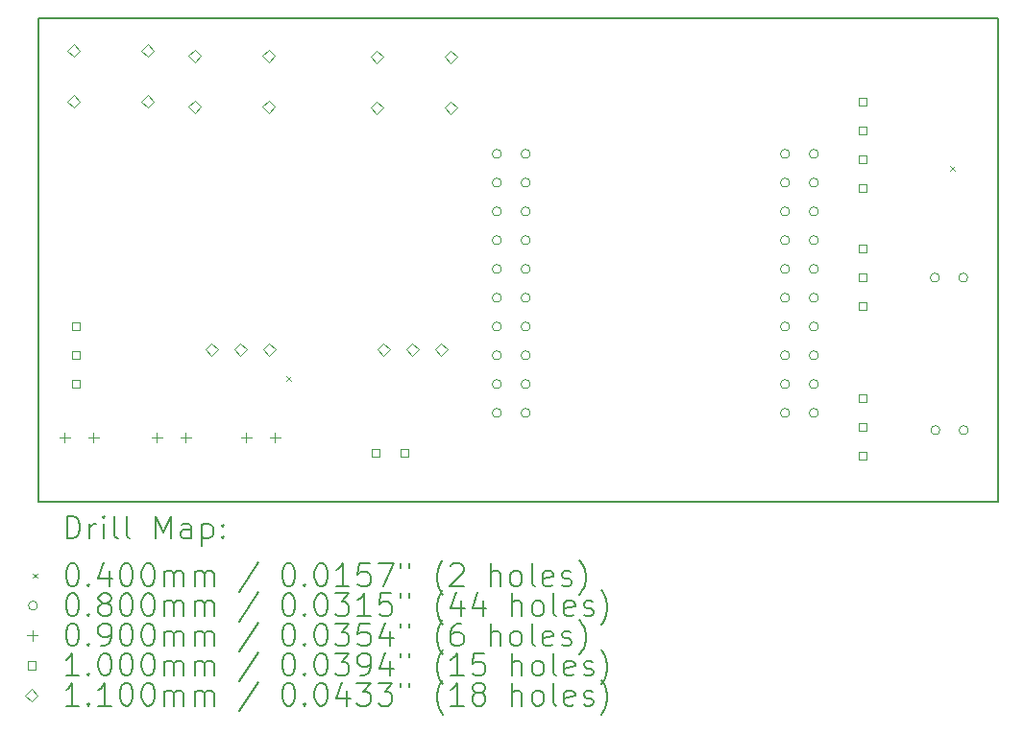
<source format=gbr>
%TF.GenerationSoftware,KiCad,Pcbnew,8.0.6*%
%TF.CreationDate,2024-11-19T15:42:56-05:00*%
%TF.ProjectId,airflow_device,61697266-6c6f-4775-9f64-65766963652e,rev?*%
%TF.SameCoordinates,Original*%
%TF.FileFunction,Drillmap*%
%TF.FilePolarity,Positive*%
%FSLAX45Y45*%
G04 Gerber Fmt 4.5, Leading zero omitted, Abs format (unit mm)*
G04 Created by KiCad (PCBNEW 8.0.6) date 2024-11-19 15:42:56*
%MOMM*%
%LPD*%
G01*
G04 APERTURE LIST*
%ADD10C,0.200000*%
%ADD11C,0.100000*%
%ADD12C,0.110000*%
G04 APERTURE END LIST*
D10*
X7467600Y-6934200D02*
X15925800Y-6934200D01*
X15925800Y-11201400D01*
X7467600Y-11201400D01*
X7467600Y-6934200D01*
D11*
X9650300Y-10089200D02*
X9690300Y-10129200D01*
X9690300Y-10089200D02*
X9650300Y-10129200D01*
X15499400Y-8235000D02*
X15539400Y-8275000D01*
X15539400Y-8235000D02*
X15499400Y-8275000D01*
X11546200Y-8128000D02*
G75*
G02*
X11466200Y-8128000I-40000J0D01*
G01*
X11466200Y-8128000D02*
G75*
G02*
X11546200Y-8128000I40000J0D01*
G01*
X11546200Y-8382000D02*
G75*
G02*
X11466200Y-8382000I-40000J0D01*
G01*
X11466200Y-8382000D02*
G75*
G02*
X11546200Y-8382000I40000J0D01*
G01*
X11546200Y-8636000D02*
G75*
G02*
X11466200Y-8636000I-40000J0D01*
G01*
X11466200Y-8636000D02*
G75*
G02*
X11546200Y-8636000I40000J0D01*
G01*
X11546200Y-8890000D02*
G75*
G02*
X11466200Y-8890000I-40000J0D01*
G01*
X11466200Y-8890000D02*
G75*
G02*
X11546200Y-8890000I40000J0D01*
G01*
X11546200Y-9144000D02*
G75*
G02*
X11466200Y-9144000I-40000J0D01*
G01*
X11466200Y-9144000D02*
G75*
G02*
X11546200Y-9144000I40000J0D01*
G01*
X11546200Y-9398000D02*
G75*
G02*
X11466200Y-9398000I-40000J0D01*
G01*
X11466200Y-9398000D02*
G75*
G02*
X11546200Y-9398000I40000J0D01*
G01*
X11546200Y-9652000D02*
G75*
G02*
X11466200Y-9652000I-40000J0D01*
G01*
X11466200Y-9652000D02*
G75*
G02*
X11546200Y-9652000I40000J0D01*
G01*
X11546200Y-9906000D02*
G75*
G02*
X11466200Y-9906000I-40000J0D01*
G01*
X11466200Y-9906000D02*
G75*
G02*
X11546200Y-9906000I40000J0D01*
G01*
X11546200Y-10160000D02*
G75*
G02*
X11466200Y-10160000I-40000J0D01*
G01*
X11466200Y-10160000D02*
G75*
G02*
X11546200Y-10160000I40000J0D01*
G01*
X11546200Y-10414000D02*
G75*
G02*
X11466200Y-10414000I-40000J0D01*
G01*
X11466200Y-10414000D02*
G75*
G02*
X11546200Y-10414000I40000J0D01*
G01*
X11800200Y-8128000D02*
G75*
G02*
X11720200Y-8128000I-40000J0D01*
G01*
X11720200Y-8128000D02*
G75*
G02*
X11800200Y-8128000I40000J0D01*
G01*
X11800200Y-8382000D02*
G75*
G02*
X11720200Y-8382000I-40000J0D01*
G01*
X11720200Y-8382000D02*
G75*
G02*
X11800200Y-8382000I40000J0D01*
G01*
X11800200Y-8636000D02*
G75*
G02*
X11720200Y-8636000I-40000J0D01*
G01*
X11720200Y-8636000D02*
G75*
G02*
X11800200Y-8636000I40000J0D01*
G01*
X11800200Y-8890000D02*
G75*
G02*
X11720200Y-8890000I-40000J0D01*
G01*
X11720200Y-8890000D02*
G75*
G02*
X11800200Y-8890000I40000J0D01*
G01*
X11800200Y-9144000D02*
G75*
G02*
X11720200Y-9144000I-40000J0D01*
G01*
X11720200Y-9144000D02*
G75*
G02*
X11800200Y-9144000I40000J0D01*
G01*
X11800200Y-9398000D02*
G75*
G02*
X11720200Y-9398000I-40000J0D01*
G01*
X11720200Y-9398000D02*
G75*
G02*
X11800200Y-9398000I40000J0D01*
G01*
X11800200Y-9652000D02*
G75*
G02*
X11720200Y-9652000I-40000J0D01*
G01*
X11720200Y-9652000D02*
G75*
G02*
X11800200Y-9652000I40000J0D01*
G01*
X11800200Y-9906000D02*
G75*
G02*
X11720200Y-9906000I-40000J0D01*
G01*
X11720200Y-9906000D02*
G75*
G02*
X11800200Y-9906000I40000J0D01*
G01*
X11800200Y-10160000D02*
G75*
G02*
X11720200Y-10160000I-40000J0D01*
G01*
X11720200Y-10160000D02*
G75*
G02*
X11800200Y-10160000I40000J0D01*
G01*
X11800200Y-10414000D02*
G75*
G02*
X11720200Y-10414000I-40000J0D01*
G01*
X11720200Y-10414000D02*
G75*
G02*
X11800200Y-10414000I40000J0D01*
G01*
X14086200Y-8128000D02*
G75*
G02*
X14006200Y-8128000I-40000J0D01*
G01*
X14006200Y-8128000D02*
G75*
G02*
X14086200Y-8128000I40000J0D01*
G01*
X14086200Y-8382000D02*
G75*
G02*
X14006200Y-8382000I-40000J0D01*
G01*
X14006200Y-8382000D02*
G75*
G02*
X14086200Y-8382000I40000J0D01*
G01*
X14086200Y-8636000D02*
G75*
G02*
X14006200Y-8636000I-40000J0D01*
G01*
X14006200Y-8636000D02*
G75*
G02*
X14086200Y-8636000I40000J0D01*
G01*
X14086200Y-8890000D02*
G75*
G02*
X14006200Y-8890000I-40000J0D01*
G01*
X14006200Y-8890000D02*
G75*
G02*
X14086200Y-8890000I40000J0D01*
G01*
X14086200Y-9144000D02*
G75*
G02*
X14006200Y-9144000I-40000J0D01*
G01*
X14006200Y-9144000D02*
G75*
G02*
X14086200Y-9144000I40000J0D01*
G01*
X14086200Y-9398000D02*
G75*
G02*
X14006200Y-9398000I-40000J0D01*
G01*
X14006200Y-9398000D02*
G75*
G02*
X14086200Y-9398000I40000J0D01*
G01*
X14086200Y-9652000D02*
G75*
G02*
X14006200Y-9652000I-40000J0D01*
G01*
X14006200Y-9652000D02*
G75*
G02*
X14086200Y-9652000I40000J0D01*
G01*
X14086200Y-9906000D02*
G75*
G02*
X14006200Y-9906000I-40000J0D01*
G01*
X14006200Y-9906000D02*
G75*
G02*
X14086200Y-9906000I40000J0D01*
G01*
X14086200Y-10160000D02*
G75*
G02*
X14006200Y-10160000I-40000J0D01*
G01*
X14006200Y-10160000D02*
G75*
G02*
X14086200Y-10160000I40000J0D01*
G01*
X14086200Y-10414000D02*
G75*
G02*
X14006200Y-10414000I-40000J0D01*
G01*
X14006200Y-10414000D02*
G75*
G02*
X14086200Y-10414000I40000J0D01*
G01*
X14340200Y-8128000D02*
G75*
G02*
X14260200Y-8128000I-40000J0D01*
G01*
X14260200Y-8128000D02*
G75*
G02*
X14340200Y-8128000I40000J0D01*
G01*
X14340200Y-8382000D02*
G75*
G02*
X14260200Y-8382000I-40000J0D01*
G01*
X14260200Y-8382000D02*
G75*
G02*
X14340200Y-8382000I40000J0D01*
G01*
X14340200Y-8636000D02*
G75*
G02*
X14260200Y-8636000I-40000J0D01*
G01*
X14260200Y-8636000D02*
G75*
G02*
X14340200Y-8636000I40000J0D01*
G01*
X14340200Y-8890000D02*
G75*
G02*
X14260200Y-8890000I-40000J0D01*
G01*
X14260200Y-8890000D02*
G75*
G02*
X14340200Y-8890000I40000J0D01*
G01*
X14340200Y-9144000D02*
G75*
G02*
X14260200Y-9144000I-40000J0D01*
G01*
X14260200Y-9144000D02*
G75*
G02*
X14340200Y-9144000I40000J0D01*
G01*
X14340200Y-9398000D02*
G75*
G02*
X14260200Y-9398000I-40000J0D01*
G01*
X14260200Y-9398000D02*
G75*
G02*
X14340200Y-9398000I40000J0D01*
G01*
X14340200Y-9652000D02*
G75*
G02*
X14260200Y-9652000I-40000J0D01*
G01*
X14260200Y-9652000D02*
G75*
G02*
X14340200Y-9652000I40000J0D01*
G01*
X14340200Y-9906000D02*
G75*
G02*
X14260200Y-9906000I-40000J0D01*
G01*
X14260200Y-9906000D02*
G75*
G02*
X14340200Y-9906000I40000J0D01*
G01*
X14340200Y-10160000D02*
G75*
G02*
X14260200Y-10160000I-40000J0D01*
G01*
X14260200Y-10160000D02*
G75*
G02*
X14340200Y-10160000I40000J0D01*
G01*
X14340200Y-10414000D02*
G75*
G02*
X14260200Y-10414000I-40000J0D01*
G01*
X14260200Y-10414000D02*
G75*
G02*
X14340200Y-10414000I40000J0D01*
G01*
X15407000Y-9220200D02*
G75*
G02*
X15327000Y-9220200I-40000J0D01*
G01*
X15327000Y-9220200D02*
G75*
G02*
X15407000Y-9220200I40000J0D01*
G01*
X15411000Y-10566400D02*
G75*
G02*
X15331000Y-10566400I-40000J0D01*
G01*
X15331000Y-10566400D02*
G75*
G02*
X15411000Y-10566400I40000J0D01*
G01*
X15657000Y-9220200D02*
G75*
G02*
X15577000Y-9220200I-40000J0D01*
G01*
X15577000Y-9220200D02*
G75*
G02*
X15657000Y-9220200I40000J0D01*
G01*
X15661000Y-10566400D02*
G75*
G02*
X15581000Y-10566400I-40000J0D01*
G01*
X15581000Y-10566400D02*
G75*
G02*
X15661000Y-10566400I40000J0D01*
G01*
X7696200Y-10584900D02*
X7696200Y-10674900D01*
X7651200Y-10629900D02*
X7741200Y-10629900D01*
X7950200Y-10584900D02*
X7950200Y-10674900D01*
X7905200Y-10629900D02*
X7995200Y-10629900D01*
X8509000Y-10584900D02*
X8509000Y-10674900D01*
X8464000Y-10629900D02*
X8554000Y-10629900D01*
X8763000Y-10584900D02*
X8763000Y-10674900D01*
X8718000Y-10629900D02*
X8808000Y-10629900D01*
X9296400Y-10584900D02*
X9296400Y-10674900D01*
X9251400Y-10629900D02*
X9341400Y-10629900D01*
X9550400Y-10584900D02*
X9550400Y-10674900D01*
X9505400Y-10629900D02*
X9595400Y-10629900D01*
X7833156Y-9687356D02*
X7833156Y-9616644D01*
X7762444Y-9616644D01*
X7762444Y-9687356D01*
X7833156Y-9687356D01*
X7833156Y-9941356D02*
X7833156Y-9870644D01*
X7762444Y-9870644D01*
X7762444Y-9941356D01*
X7833156Y-9941356D01*
X7833156Y-10195356D02*
X7833156Y-10124644D01*
X7762444Y-10124644D01*
X7762444Y-10195356D01*
X7833156Y-10195356D01*
X10474756Y-10804956D02*
X10474756Y-10734244D01*
X10404044Y-10734244D01*
X10404044Y-10804956D01*
X10474756Y-10804956D01*
X10728756Y-10804956D02*
X10728756Y-10734244D01*
X10658044Y-10734244D01*
X10658044Y-10804956D01*
X10728756Y-10804956D01*
X14767356Y-7706156D02*
X14767356Y-7635444D01*
X14696644Y-7635444D01*
X14696644Y-7706156D01*
X14767356Y-7706156D01*
X14767356Y-7960156D02*
X14767356Y-7889444D01*
X14696644Y-7889444D01*
X14696644Y-7960156D01*
X14767356Y-7960156D01*
X14767356Y-8214156D02*
X14767356Y-8143444D01*
X14696644Y-8143444D01*
X14696644Y-8214156D01*
X14767356Y-8214156D01*
X14767356Y-8468156D02*
X14767356Y-8397444D01*
X14696644Y-8397444D01*
X14696644Y-8468156D01*
X14767356Y-8468156D01*
X14767356Y-9000056D02*
X14767356Y-8929344D01*
X14696644Y-8929344D01*
X14696644Y-9000056D01*
X14767356Y-9000056D01*
X14767356Y-9254056D02*
X14767356Y-9183344D01*
X14696644Y-9183344D01*
X14696644Y-9254056D01*
X14767356Y-9254056D01*
X14767356Y-9508056D02*
X14767356Y-9437344D01*
X14696644Y-9437344D01*
X14696644Y-9508056D01*
X14767356Y-9508056D01*
X14767356Y-10320856D02*
X14767356Y-10250144D01*
X14696644Y-10250144D01*
X14696644Y-10320856D01*
X14767356Y-10320856D01*
X14767356Y-10574856D02*
X14767356Y-10504144D01*
X14696644Y-10504144D01*
X14696644Y-10574856D01*
X14767356Y-10574856D01*
X14767356Y-10828856D02*
X14767356Y-10758144D01*
X14696644Y-10758144D01*
X14696644Y-10828856D01*
X14767356Y-10828856D01*
D12*
X7777600Y-7272200D02*
X7832600Y-7217200D01*
X7777600Y-7162200D01*
X7722600Y-7217200D01*
X7777600Y-7272200D01*
X7777600Y-7722200D02*
X7832600Y-7667200D01*
X7777600Y-7612200D01*
X7722600Y-7667200D01*
X7777600Y-7722200D01*
X8427600Y-7272200D02*
X8482600Y-7217200D01*
X8427600Y-7162200D01*
X8372600Y-7217200D01*
X8427600Y-7272200D01*
X8427600Y-7722200D02*
X8482600Y-7667200D01*
X8427600Y-7612200D01*
X8372600Y-7667200D01*
X8427600Y-7722200D01*
X8844400Y-7319400D02*
X8899400Y-7264400D01*
X8844400Y-7209400D01*
X8789400Y-7264400D01*
X8844400Y-7319400D01*
X8844400Y-7769400D02*
X8899400Y-7714400D01*
X8844400Y-7659400D01*
X8789400Y-7714400D01*
X8844400Y-7769400D01*
X8991600Y-9910200D02*
X9046600Y-9855200D01*
X8991600Y-9800200D01*
X8936600Y-9855200D01*
X8991600Y-9910200D01*
X9245600Y-9910200D02*
X9300600Y-9855200D01*
X9245600Y-9800200D01*
X9190600Y-9855200D01*
X9245600Y-9910200D01*
X9494400Y-7319400D02*
X9549400Y-7264400D01*
X9494400Y-7209400D01*
X9439400Y-7264400D01*
X9494400Y-7319400D01*
X9494400Y-7769400D02*
X9549400Y-7714400D01*
X9494400Y-7659400D01*
X9439400Y-7714400D01*
X9494400Y-7769400D01*
X9499600Y-9910200D02*
X9554600Y-9855200D01*
X9499600Y-9800200D01*
X9444600Y-9855200D01*
X9499600Y-9910200D01*
X10449800Y-7326600D02*
X10504800Y-7271600D01*
X10449800Y-7216600D01*
X10394800Y-7271600D01*
X10449800Y-7326600D01*
X10449800Y-7776600D02*
X10504800Y-7721600D01*
X10449800Y-7666600D01*
X10394800Y-7721600D01*
X10449800Y-7776600D01*
X10508500Y-9910200D02*
X10563500Y-9855200D01*
X10508500Y-9800200D01*
X10453500Y-9855200D01*
X10508500Y-9910200D01*
X10762500Y-9910200D02*
X10817500Y-9855200D01*
X10762500Y-9800200D01*
X10707500Y-9855200D01*
X10762500Y-9910200D01*
X11016500Y-9910200D02*
X11071500Y-9855200D01*
X11016500Y-9800200D01*
X10961500Y-9855200D01*
X11016500Y-9910200D01*
X11099800Y-7326600D02*
X11154800Y-7271600D01*
X11099800Y-7216600D01*
X11044800Y-7271600D01*
X11099800Y-7326600D01*
X11099800Y-7776600D02*
X11154800Y-7721600D01*
X11099800Y-7666600D01*
X11044800Y-7721600D01*
X11099800Y-7776600D01*
D10*
X7718377Y-11522884D02*
X7718377Y-11322884D01*
X7718377Y-11322884D02*
X7765996Y-11322884D01*
X7765996Y-11322884D02*
X7794567Y-11332408D01*
X7794567Y-11332408D02*
X7813615Y-11351455D01*
X7813615Y-11351455D02*
X7823139Y-11370503D01*
X7823139Y-11370503D02*
X7832662Y-11408598D01*
X7832662Y-11408598D02*
X7832662Y-11437169D01*
X7832662Y-11437169D02*
X7823139Y-11475265D01*
X7823139Y-11475265D02*
X7813615Y-11494312D01*
X7813615Y-11494312D02*
X7794567Y-11513360D01*
X7794567Y-11513360D02*
X7765996Y-11522884D01*
X7765996Y-11522884D02*
X7718377Y-11522884D01*
X7918377Y-11522884D02*
X7918377Y-11389550D01*
X7918377Y-11427646D02*
X7927901Y-11408598D01*
X7927901Y-11408598D02*
X7937424Y-11399074D01*
X7937424Y-11399074D02*
X7956472Y-11389550D01*
X7956472Y-11389550D02*
X7975520Y-11389550D01*
X8042186Y-11522884D02*
X8042186Y-11389550D01*
X8042186Y-11322884D02*
X8032662Y-11332408D01*
X8032662Y-11332408D02*
X8042186Y-11341931D01*
X8042186Y-11341931D02*
X8051710Y-11332408D01*
X8051710Y-11332408D02*
X8042186Y-11322884D01*
X8042186Y-11322884D02*
X8042186Y-11341931D01*
X8165996Y-11522884D02*
X8146948Y-11513360D01*
X8146948Y-11513360D02*
X8137424Y-11494312D01*
X8137424Y-11494312D02*
X8137424Y-11322884D01*
X8270758Y-11522884D02*
X8251710Y-11513360D01*
X8251710Y-11513360D02*
X8242186Y-11494312D01*
X8242186Y-11494312D02*
X8242186Y-11322884D01*
X8499329Y-11522884D02*
X8499329Y-11322884D01*
X8499329Y-11322884D02*
X8565996Y-11465741D01*
X8565996Y-11465741D02*
X8632663Y-11322884D01*
X8632663Y-11322884D02*
X8632663Y-11522884D01*
X8813615Y-11522884D02*
X8813615Y-11418122D01*
X8813615Y-11418122D02*
X8804091Y-11399074D01*
X8804091Y-11399074D02*
X8785044Y-11389550D01*
X8785044Y-11389550D02*
X8746948Y-11389550D01*
X8746948Y-11389550D02*
X8727901Y-11399074D01*
X8813615Y-11513360D02*
X8794567Y-11522884D01*
X8794567Y-11522884D02*
X8746948Y-11522884D01*
X8746948Y-11522884D02*
X8727901Y-11513360D01*
X8727901Y-11513360D02*
X8718377Y-11494312D01*
X8718377Y-11494312D02*
X8718377Y-11475265D01*
X8718377Y-11475265D02*
X8727901Y-11456217D01*
X8727901Y-11456217D02*
X8746948Y-11446693D01*
X8746948Y-11446693D02*
X8794567Y-11446693D01*
X8794567Y-11446693D02*
X8813615Y-11437169D01*
X8908853Y-11389550D02*
X8908853Y-11589550D01*
X8908853Y-11399074D02*
X8927901Y-11389550D01*
X8927901Y-11389550D02*
X8965996Y-11389550D01*
X8965996Y-11389550D02*
X8985044Y-11399074D01*
X8985044Y-11399074D02*
X8994567Y-11408598D01*
X8994567Y-11408598D02*
X9004091Y-11427646D01*
X9004091Y-11427646D02*
X9004091Y-11484788D01*
X9004091Y-11484788D02*
X8994567Y-11503836D01*
X8994567Y-11503836D02*
X8985044Y-11513360D01*
X8985044Y-11513360D02*
X8965996Y-11522884D01*
X8965996Y-11522884D02*
X8927901Y-11522884D01*
X8927901Y-11522884D02*
X8908853Y-11513360D01*
X9089805Y-11503836D02*
X9099329Y-11513360D01*
X9099329Y-11513360D02*
X9089805Y-11522884D01*
X9089805Y-11522884D02*
X9080282Y-11513360D01*
X9080282Y-11513360D02*
X9089805Y-11503836D01*
X9089805Y-11503836D02*
X9089805Y-11522884D01*
X9089805Y-11399074D02*
X9099329Y-11408598D01*
X9099329Y-11408598D02*
X9089805Y-11418122D01*
X9089805Y-11418122D02*
X9080282Y-11408598D01*
X9080282Y-11408598D02*
X9089805Y-11399074D01*
X9089805Y-11399074D02*
X9089805Y-11418122D01*
D11*
X7417600Y-11831400D02*
X7457600Y-11871400D01*
X7457600Y-11831400D02*
X7417600Y-11871400D01*
D10*
X7756472Y-11742884D02*
X7775520Y-11742884D01*
X7775520Y-11742884D02*
X7794567Y-11752408D01*
X7794567Y-11752408D02*
X7804091Y-11761931D01*
X7804091Y-11761931D02*
X7813615Y-11780979D01*
X7813615Y-11780979D02*
X7823139Y-11819074D01*
X7823139Y-11819074D02*
X7823139Y-11866693D01*
X7823139Y-11866693D02*
X7813615Y-11904788D01*
X7813615Y-11904788D02*
X7804091Y-11923836D01*
X7804091Y-11923836D02*
X7794567Y-11933360D01*
X7794567Y-11933360D02*
X7775520Y-11942884D01*
X7775520Y-11942884D02*
X7756472Y-11942884D01*
X7756472Y-11942884D02*
X7737424Y-11933360D01*
X7737424Y-11933360D02*
X7727901Y-11923836D01*
X7727901Y-11923836D02*
X7718377Y-11904788D01*
X7718377Y-11904788D02*
X7708853Y-11866693D01*
X7708853Y-11866693D02*
X7708853Y-11819074D01*
X7708853Y-11819074D02*
X7718377Y-11780979D01*
X7718377Y-11780979D02*
X7727901Y-11761931D01*
X7727901Y-11761931D02*
X7737424Y-11752408D01*
X7737424Y-11752408D02*
X7756472Y-11742884D01*
X7908853Y-11923836D02*
X7918377Y-11933360D01*
X7918377Y-11933360D02*
X7908853Y-11942884D01*
X7908853Y-11942884D02*
X7899329Y-11933360D01*
X7899329Y-11933360D02*
X7908853Y-11923836D01*
X7908853Y-11923836D02*
X7908853Y-11942884D01*
X8089805Y-11809550D02*
X8089805Y-11942884D01*
X8042186Y-11733360D02*
X7994567Y-11876217D01*
X7994567Y-11876217D02*
X8118377Y-11876217D01*
X8232662Y-11742884D02*
X8251710Y-11742884D01*
X8251710Y-11742884D02*
X8270758Y-11752408D01*
X8270758Y-11752408D02*
X8280282Y-11761931D01*
X8280282Y-11761931D02*
X8289805Y-11780979D01*
X8289805Y-11780979D02*
X8299329Y-11819074D01*
X8299329Y-11819074D02*
X8299329Y-11866693D01*
X8299329Y-11866693D02*
X8289805Y-11904788D01*
X8289805Y-11904788D02*
X8280282Y-11923836D01*
X8280282Y-11923836D02*
X8270758Y-11933360D01*
X8270758Y-11933360D02*
X8251710Y-11942884D01*
X8251710Y-11942884D02*
X8232662Y-11942884D01*
X8232662Y-11942884D02*
X8213615Y-11933360D01*
X8213615Y-11933360D02*
X8204091Y-11923836D01*
X8204091Y-11923836D02*
X8194567Y-11904788D01*
X8194567Y-11904788D02*
X8185043Y-11866693D01*
X8185043Y-11866693D02*
X8185043Y-11819074D01*
X8185043Y-11819074D02*
X8194567Y-11780979D01*
X8194567Y-11780979D02*
X8204091Y-11761931D01*
X8204091Y-11761931D02*
X8213615Y-11752408D01*
X8213615Y-11752408D02*
X8232662Y-11742884D01*
X8423139Y-11742884D02*
X8442186Y-11742884D01*
X8442186Y-11742884D02*
X8461234Y-11752408D01*
X8461234Y-11752408D02*
X8470758Y-11761931D01*
X8470758Y-11761931D02*
X8480282Y-11780979D01*
X8480282Y-11780979D02*
X8489805Y-11819074D01*
X8489805Y-11819074D02*
X8489805Y-11866693D01*
X8489805Y-11866693D02*
X8480282Y-11904788D01*
X8480282Y-11904788D02*
X8470758Y-11923836D01*
X8470758Y-11923836D02*
X8461234Y-11933360D01*
X8461234Y-11933360D02*
X8442186Y-11942884D01*
X8442186Y-11942884D02*
X8423139Y-11942884D01*
X8423139Y-11942884D02*
X8404091Y-11933360D01*
X8404091Y-11933360D02*
X8394567Y-11923836D01*
X8394567Y-11923836D02*
X8385043Y-11904788D01*
X8385043Y-11904788D02*
X8375520Y-11866693D01*
X8375520Y-11866693D02*
X8375520Y-11819074D01*
X8375520Y-11819074D02*
X8385043Y-11780979D01*
X8385043Y-11780979D02*
X8394567Y-11761931D01*
X8394567Y-11761931D02*
X8404091Y-11752408D01*
X8404091Y-11752408D02*
X8423139Y-11742884D01*
X8575520Y-11942884D02*
X8575520Y-11809550D01*
X8575520Y-11828598D02*
X8585044Y-11819074D01*
X8585044Y-11819074D02*
X8604091Y-11809550D01*
X8604091Y-11809550D02*
X8632663Y-11809550D01*
X8632663Y-11809550D02*
X8651710Y-11819074D01*
X8651710Y-11819074D02*
X8661234Y-11838122D01*
X8661234Y-11838122D02*
X8661234Y-11942884D01*
X8661234Y-11838122D02*
X8670758Y-11819074D01*
X8670758Y-11819074D02*
X8689805Y-11809550D01*
X8689805Y-11809550D02*
X8718377Y-11809550D01*
X8718377Y-11809550D02*
X8737425Y-11819074D01*
X8737425Y-11819074D02*
X8746948Y-11838122D01*
X8746948Y-11838122D02*
X8746948Y-11942884D01*
X8842186Y-11942884D02*
X8842186Y-11809550D01*
X8842186Y-11828598D02*
X8851710Y-11819074D01*
X8851710Y-11819074D02*
X8870758Y-11809550D01*
X8870758Y-11809550D02*
X8899329Y-11809550D01*
X8899329Y-11809550D02*
X8918377Y-11819074D01*
X8918377Y-11819074D02*
X8927901Y-11838122D01*
X8927901Y-11838122D02*
X8927901Y-11942884D01*
X8927901Y-11838122D02*
X8937425Y-11819074D01*
X8937425Y-11819074D02*
X8956472Y-11809550D01*
X8956472Y-11809550D02*
X8985044Y-11809550D01*
X8985044Y-11809550D02*
X9004091Y-11819074D01*
X9004091Y-11819074D02*
X9013615Y-11838122D01*
X9013615Y-11838122D02*
X9013615Y-11942884D01*
X9404091Y-11733360D02*
X9232663Y-11990503D01*
X9661234Y-11742884D02*
X9680282Y-11742884D01*
X9680282Y-11742884D02*
X9699329Y-11752408D01*
X9699329Y-11752408D02*
X9708853Y-11761931D01*
X9708853Y-11761931D02*
X9718377Y-11780979D01*
X9718377Y-11780979D02*
X9727901Y-11819074D01*
X9727901Y-11819074D02*
X9727901Y-11866693D01*
X9727901Y-11866693D02*
X9718377Y-11904788D01*
X9718377Y-11904788D02*
X9708853Y-11923836D01*
X9708853Y-11923836D02*
X9699329Y-11933360D01*
X9699329Y-11933360D02*
X9680282Y-11942884D01*
X9680282Y-11942884D02*
X9661234Y-11942884D01*
X9661234Y-11942884D02*
X9642187Y-11933360D01*
X9642187Y-11933360D02*
X9632663Y-11923836D01*
X9632663Y-11923836D02*
X9623139Y-11904788D01*
X9623139Y-11904788D02*
X9613615Y-11866693D01*
X9613615Y-11866693D02*
X9613615Y-11819074D01*
X9613615Y-11819074D02*
X9623139Y-11780979D01*
X9623139Y-11780979D02*
X9632663Y-11761931D01*
X9632663Y-11761931D02*
X9642187Y-11752408D01*
X9642187Y-11752408D02*
X9661234Y-11742884D01*
X9813615Y-11923836D02*
X9823139Y-11933360D01*
X9823139Y-11933360D02*
X9813615Y-11942884D01*
X9813615Y-11942884D02*
X9804091Y-11933360D01*
X9804091Y-11933360D02*
X9813615Y-11923836D01*
X9813615Y-11923836D02*
X9813615Y-11942884D01*
X9946948Y-11742884D02*
X9965996Y-11742884D01*
X9965996Y-11742884D02*
X9985044Y-11752408D01*
X9985044Y-11752408D02*
X9994568Y-11761931D01*
X9994568Y-11761931D02*
X10004091Y-11780979D01*
X10004091Y-11780979D02*
X10013615Y-11819074D01*
X10013615Y-11819074D02*
X10013615Y-11866693D01*
X10013615Y-11866693D02*
X10004091Y-11904788D01*
X10004091Y-11904788D02*
X9994568Y-11923836D01*
X9994568Y-11923836D02*
X9985044Y-11933360D01*
X9985044Y-11933360D02*
X9965996Y-11942884D01*
X9965996Y-11942884D02*
X9946948Y-11942884D01*
X9946948Y-11942884D02*
X9927901Y-11933360D01*
X9927901Y-11933360D02*
X9918377Y-11923836D01*
X9918377Y-11923836D02*
X9908853Y-11904788D01*
X9908853Y-11904788D02*
X9899329Y-11866693D01*
X9899329Y-11866693D02*
X9899329Y-11819074D01*
X9899329Y-11819074D02*
X9908853Y-11780979D01*
X9908853Y-11780979D02*
X9918377Y-11761931D01*
X9918377Y-11761931D02*
X9927901Y-11752408D01*
X9927901Y-11752408D02*
X9946948Y-11742884D01*
X10204091Y-11942884D02*
X10089806Y-11942884D01*
X10146948Y-11942884D02*
X10146948Y-11742884D01*
X10146948Y-11742884D02*
X10127901Y-11771455D01*
X10127901Y-11771455D02*
X10108853Y-11790503D01*
X10108853Y-11790503D02*
X10089806Y-11800027D01*
X10385044Y-11742884D02*
X10289806Y-11742884D01*
X10289806Y-11742884D02*
X10280282Y-11838122D01*
X10280282Y-11838122D02*
X10289806Y-11828598D01*
X10289806Y-11828598D02*
X10308853Y-11819074D01*
X10308853Y-11819074D02*
X10356472Y-11819074D01*
X10356472Y-11819074D02*
X10375520Y-11828598D01*
X10375520Y-11828598D02*
X10385044Y-11838122D01*
X10385044Y-11838122D02*
X10394568Y-11857169D01*
X10394568Y-11857169D02*
X10394568Y-11904788D01*
X10394568Y-11904788D02*
X10385044Y-11923836D01*
X10385044Y-11923836D02*
X10375520Y-11933360D01*
X10375520Y-11933360D02*
X10356472Y-11942884D01*
X10356472Y-11942884D02*
X10308853Y-11942884D01*
X10308853Y-11942884D02*
X10289806Y-11933360D01*
X10289806Y-11933360D02*
X10280282Y-11923836D01*
X10461234Y-11742884D02*
X10594568Y-11742884D01*
X10594568Y-11742884D02*
X10508853Y-11942884D01*
X10661234Y-11742884D02*
X10661234Y-11780979D01*
X10737425Y-11742884D02*
X10737425Y-11780979D01*
X11032663Y-12019074D02*
X11023139Y-12009550D01*
X11023139Y-12009550D02*
X11004091Y-11980979D01*
X11004091Y-11980979D02*
X10994568Y-11961931D01*
X10994568Y-11961931D02*
X10985044Y-11933360D01*
X10985044Y-11933360D02*
X10975520Y-11885741D01*
X10975520Y-11885741D02*
X10975520Y-11847646D01*
X10975520Y-11847646D02*
X10985044Y-11800027D01*
X10985044Y-11800027D02*
X10994568Y-11771455D01*
X10994568Y-11771455D02*
X11004091Y-11752408D01*
X11004091Y-11752408D02*
X11023139Y-11723836D01*
X11023139Y-11723836D02*
X11032663Y-11714312D01*
X11099330Y-11761931D02*
X11108853Y-11752408D01*
X11108853Y-11752408D02*
X11127901Y-11742884D01*
X11127901Y-11742884D02*
X11175520Y-11742884D01*
X11175520Y-11742884D02*
X11194568Y-11752408D01*
X11194568Y-11752408D02*
X11204091Y-11761931D01*
X11204091Y-11761931D02*
X11213615Y-11780979D01*
X11213615Y-11780979D02*
X11213615Y-11800027D01*
X11213615Y-11800027D02*
X11204091Y-11828598D01*
X11204091Y-11828598D02*
X11089806Y-11942884D01*
X11089806Y-11942884D02*
X11213615Y-11942884D01*
X11451710Y-11942884D02*
X11451710Y-11742884D01*
X11537425Y-11942884D02*
X11537425Y-11838122D01*
X11537425Y-11838122D02*
X11527901Y-11819074D01*
X11527901Y-11819074D02*
X11508853Y-11809550D01*
X11508853Y-11809550D02*
X11480282Y-11809550D01*
X11480282Y-11809550D02*
X11461234Y-11819074D01*
X11461234Y-11819074D02*
X11451710Y-11828598D01*
X11661234Y-11942884D02*
X11642187Y-11933360D01*
X11642187Y-11933360D02*
X11632663Y-11923836D01*
X11632663Y-11923836D02*
X11623139Y-11904788D01*
X11623139Y-11904788D02*
X11623139Y-11847646D01*
X11623139Y-11847646D02*
X11632663Y-11828598D01*
X11632663Y-11828598D02*
X11642187Y-11819074D01*
X11642187Y-11819074D02*
X11661234Y-11809550D01*
X11661234Y-11809550D02*
X11689806Y-11809550D01*
X11689806Y-11809550D02*
X11708853Y-11819074D01*
X11708853Y-11819074D02*
X11718377Y-11828598D01*
X11718377Y-11828598D02*
X11727901Y-11847646D01*
X11727901Y-11847646D02*
X11727901Y-11904788D01*
X11727901Y-11904788D02*
X11718377Y-11923836D01*
X11718377Y-11923836D02*
X11708853Y-11933360D01*
X11708853Y-11933360D02*
X11689806Y-11942884D01*
X11689806Y-11942884D02*
X11661234Y-11942884D01*
X11842187Y-11942884D02*
X11823139Y-11933360D01*
X11823139Y-11933360D02*
X11813615Y-11914312D01*
X11813615Y-11914312D02*
X11813615Y-11742884D01*
X11994568Y-11933360D02*
X11975520Y-11942884D01*
X11975520Y-11942884D02*
X11937425Y-11942884D01*
X11937425Y-11942884D02*
X11918377Y-11933360D01*
X11918377Y-11933360D02*
X11908853Y-11914312D01*
X11908853Y-11914312D02*
X11908853Y-11838122D01*
X11908853Y-11838122D02*
X11918377Y-11819074D01*
X11918377Y-11819074D02*
X11937425Y-11809550D01*
X11937425Y-11809550D02*
X11975520Y-11809550D01*
X11975520Y-11809550D02*
X11994568Y-11819074D01*
X11994568Y-11819074D02*
X12004091Y-11838122D01*
X12004091Y-11838122D02*
X12004091Y-11857169D01*
X12004091Y-11857169D02*
X11908853Y-11876217D01*
X12080282Y-11933360D02*
X12099330Y-11942884D01*
X12099330Y-11942884D02*
X12137425Y-11942884D01*
X12137425Y-11942884D02*
X12156472Y-11933360D01*
X12156472Y-11933360D02*
X12165996Y-11914312D01*
X12165996Y-11914312D02*
X12165996Y-11904788D01*
X12165996Y-11904788D02*
X12156472Y-11885741D01*
X12156472Y-11885741D02*
X12137425Y-11876217D01*
X12137425Y-11876217D02*
X12108853Y-11876217D01*
X12108853Y-11876217D02*
X12089806Y-11866693D01*
X12089806Y-11866693D02*
X12080282Y-11847646D01*
X12080282Y-11847646D02*
X12080282Y-11838122D01*
X12080282Y-11838122D02*
X12089806Y-11819074D01*
X12089806Y-11819074D02*
X12108853Y-11809550D01*
X12108853Y-11809550D02*
X12137425Y-11809550D01*
X12137425Y-11809550D02*
X12156472Y-11819074D01*
X12232663Y-12019074D02*
X12242187Y-12009550D01*
X12242187Y-12009550D02*
X12261234Y-11980979D01*
X12261234Y-11980979D02*
X12270758Y-11961931D01*
X12270758Y-11961931D02*
X12280282Y-11933360D01*
X12280282Y-11933360D02*
X12289806Y-11885741D01*
X12289806Y-11885741D02*
X12289806Y-11847646D01*
X12289806Y-11847646D02*
X12280282Y-11800027D01*
X12280282Y-11800027D02*
X12270758Y-11771455D01*
X12270758Y-11771455D02*
X12261234Y-11752408D01*
X12261234Y-11752408D02*
X12242187Y-11723836D01*
X12242187Y-11723836D02*
X12232663Y-11714312D01*
D11*
X7457600Y-12115400D02*
G75*
G02*
X7377600Y-12115400I-40000J0D01*
G01*
X7377600Y-12115400D02*
G75*
G02*
X7457600Y-12115400I40000J0D01*
G01*
D10*
X7756472Y-12006884D02*
X7775520Y-12006884D01*
X7775520Y-12006884D02*
X7794567Y-12016408D01*
X7794567Y-12016408D02*
X7804091Y-12025931D01*
X7804091Y-12025931D02*
X7813615Y-12044979D01*
X7813615Y-12044979D02*
X7823139Y-12083074D01*
X7823139Y-12083074D02*
X7823139Y-12130693D01*
X7823139Y-12130693D02*
X7813615Y-12168788D01*
X7813615Y-12168788D02*
X7804091Y-12187836D01*
X7804091Y-12187836D02*
X7794567Y-12197360D01*
X7794567Y-12197360D02*
X7775520Y-12206884D01*
X7775520Y-12206884D02*
X7756472Y-12206884D01*
X7756472Y-12206884D02*
X7737424Y-12197360D01*
X7737424Y-12197360D02*
X7727901Y-12187836D01*
X7727901Y-12187836D02*
X7718377Y-12168788D01*
X7718377Y-12168788D02*
X7708853Y-12130693D01*
X7708853Y-12130693D02*
X7708853Y-12083074D01*
X7708853Y-12083074D02*
X7718377Y-12044979D01*
X7718377Y-12044979D02*
X7727901Y-12025931D01*
X7727901Y-12025931D02*
X7737424Y-12016408D01*
X7737424Y-12016408D02*
X7756472Y-12006884D01*
X7908853Y-12187836D02*
X7918377Y-12197360D01*
X7918377Y-12197360D02*
X7908853Y-12206884D01*
X7908853Y-12206884D02*
X7899329Y-12197360D01*
X7899329Y-12197360D02*
X7908853Y-12187836D01*
X7908853Y-12187836D02*
X7908853Y-12206884D01*
X8032662Y-12092598D02*
X8013615Y-12083074D01*
X8013615Y-12083074D02*
X8004091Y-12073550D01*
X8004091Y-12073550D02*
X7994567Y-12054503D01*
X7994567Y-12054503D02*
X7994567Y-12044979D01*
X7994567Y-12044979D02*
X8004091Y-12025931D01*
X8004091Y-12025931D02*
X8013615Y-12016408D01*
X8013615Y-12016408D02*
X8032662Y-12006884D01*
X8032662Y-12006884D02*
X8070758Y-12006884D01*
X8070758Y-12006884D02*
X8089805Y-12016408D01*
X8089805Y-12016408D02*
X8099329Y-12025931D01*
X8099329Y-12025931D02*
X8108853Y-12044979D01*
X8108853Y-12044979D02*
X8108853Y-12054503D01*
X8108853Y-12054503D02*
X8099329Y-12073550D01*
X8099329Y-12073550D02*
X8089805Y-12083074D01*
X8089805Y-12083074D02*
X8070758Y-12092598D01*
X8070758Y-12092598D02*
X8032662Y-12092598D01*
X8032662Y-12092598D02*
X8013615Y-12102122D01*
X8013615Y-12102122D02*
X8004091Y-12111646D01*
X8004091Y-12111646D02*
X7994567Y-12130693D01*
X7994567Y-12130693D02*
X7994567Y-12168788D01*
X7994567Y-12168788D02*
X8004091Y-12187836D01*
X8004091Y-12187836D02*
X8013615Y-12197360D01*
X8013615Y-12197360D02*
X8032662Y-12206884D01*
X8032662Y-12206884D02*
X8070758Y-12206884D01*
X8070758Y-12206884D02*
X8089805Y-12197360D01*
X8089805Y-12197360D02*
X8099329Y-12187836D01*
X8099329Y-12187836D02*
X8108853Y-12168788D01*
X8108853Y-12168788D02*
X8108853Y-12130693D01*
X8108853Y-12130693D02*
X8099329Y-12111646D01*
X8099329Y-12111646D02*
X8089805Y-12102122D01*
X8089805Y-12102122D02*
X8070758Y-12092598D01*
X8232662Y-12006884D02*
X8251710Y-12006884D01*
X8251710Y-12006884D02*
X8270758Y-12016408D01*
X8270758Y-12016408D02*
X8280282Y-12025931D01*
X8280282Y-12025931D02*
X8289805Y-12044979D01*
X8289805Y-12044979D02*
X8299329Y-12083074D01*
X8299329Y-12083074D02*
X8299329Y-12130693D01*
X8299329Y-12130693D02*
X8289805Y-12168788D01*
X8289805Y-12168788D02*
X8280282Y-12187836D01*
X8280282Y-12187836D02*
X8270758Y-12197360D01*
X8270758Y-12197360D02*
X8251710Y-12206884D01*
X8251710Y-12206884D02*
X8232662Y-12206884D01*
X8232662Y-12206884D02*
X8213615Y-12197360D01*
X8213615Y-12197360D02*
X8204091Y-12187836D01*
X8204091Y-12187836D02*
X8194567Y-12168788D01*
X8194567Y-12168788D02*
X8185043Y-12130693D01*
X8185043Y-12130693D02*
X8185043Y-12083074D01*
X8185043Y-12083074D02*
X8194567Y-12044979D01*
X8194567Y-12044979D02*
X8204091Y-12025931D01*
X8204091Y-12025931D02*
X8213615Y-12016408D01*
X8213615Y-12016408D02*
X8232662Y-12006884D01*
X8423139Y-12006884D02*
X8442186Y-12006884D01*
X8442186Y-12006884D02*
X8461234Y-12016408D01*
X8461234Y-12016408D02*
X8470758Y-12025931D01*
X8470758Y-12025931D02*
X8480282Y-12044979D01*
X8480282Y-12044979D02*
X8489805Y-12083074D01*
X8489805Y-12083074D02*
X8489805Y-12130693D01*
X8489805Y-12130693D02*
X8480282Y-12168788D01*
X8480282Y-12168788D02*
X8470758Y-12187836D01*
X8470758Y-12187836D02*
X8461234Y-12197360D01*
X8461234Y-12197360D02*
X8442186Y-12206884D01*
X8442186Y-12206884D02*
X8423139Y-12206884D01*
X8423139Y-12206884D02*
X8404091Y-12197360D01*
X8404091Y-12197360D02*
X8394567Y-12187836D01*
X8394567Y-12187836D02*
X8385043Y-12168788D01*
X8385043Y-12168788D02*
X8375520Y-12130693D01*
X8375520Y-12130693D02*
X8375520Y-12083074D01*
X8375520Y-12083074D02*
X8385043Y-12044979D01*
X8385043Y-12044979D02*
X8394567Y-12025931D01*
X8394567Y-12025931D02*
X8404091Y-12016408D01*
X8404091Y-12016408D02*
X8423139Y-12006884D01*
X8575520Y-12206884D02*
X8575520Y-12073550D01*
X8575520Y-12092598D02*
X8585044Y-12083074D01*
X8585044Y-12083074D02*
X8604091Y-12073550D01*
X8604091Y-12073550D02*
X8632663Y-12073550D01*
X8632663Y-12073550D02*
X8651710Y-12083074D01*
X8651710Y-12083074D02*
X8661234Y-12102122D01*
X8661234Y-12102122D02*
X8661234Y-12206884D01*
X8661234Y-12102122D02*
X8670758Y-12083074D01*
X8670758Y-12083074D02*
X8689805Y-12073550D01*
X8689805Y-12073550D02*
X8718377Y-12073550D01*
X8718377Y-12073550D02*
X8737425Y-12083074D01*
X8737425Y-12083074D02*
X8746948Y-12102122D01*
X8746948Y-12102122D02*
X8746948Y-12206884D01*
X8842186Y-12206884D02*
X8842186Y-12073550D01*
X8842186Y-12092598D02*
X8851710Y-12083074D01*
X8851710Y-12083074D02*
X8870758Y-12073550D01*
X8870758Y-12073550D02*
X8899329Y-12073550D01*
X8899329Y-12073550D02*
X8918377Y-12083074D01*
X8918377Y-12083074D02*
X8927901Y-12102122D01*
X8927901Y-12102122D02*
X8927901Y-12206884D01*
X8927901Y-12102122D02*
X8937425Y-12083074D01*
X8937425Y-12083074D02*
X8956472Y-12073550D01*
X8956472Y-12073550D02*
X8985044Y-12073550D01*
X8985044Y-12073550D02*
X9004091Y-12083074D01*
X9004091Y-12083074D02*
X9013615Y-12102122D01*
X9013615Y-12102122D02*
X9013615Y-12206884D01*
X9404091Y-11997360D02*
X9232663Y-12254503D01*
X9661234Y-12006884D02*
X9680282Y-12006884D01*
X9680282Y-12006884D02*
X9699329Y-12016408D01*
X9699329Y-12016408D02*
X9708853Y-12025931D01*
X9708853Y-12025931D02*
X9718377Y-12044979D01*
X9718377Y-12044979D02*
X9727901Y-12083074D01*
X9727901Y-12083074D02*
X9727901Y-12130693D01*
X9727901Y-12130693D02*
X9718377Y-12168788D01*
X9718377Y-12168788D02*
X9708853Y-12187836D01*
X9708853Y-12187836D02*
X9699329Y-12197360D01*
X9699329Y-12197360D02*
X9680282Y-12206884D01*
X9680282Y-12206884D02*
X9661234Y-12206884D01*
X9661234Y-12206884D02*
X9642187Y-12197360D01*
X9642187Y-12197360D02*
X9632663Y-12187836D01*
X9632663Y-12187836D02*
X9623139Y-12168788D01*
X9623139Y-12168788D02*
X9613615Y-12130693D01*
X9613615Y-12130693D02*
X9613615Y-12083074D01*
X9613615Y-12083074D02*
X9623139Y-12044979D01*
X9623139Y-12044979D02*
X9632663Y-12025931D01*
X9632663Y-12025931D02*
X9642187Y-12016408D01*
X9642187Y-12016408D02*
X9661234Y-12006884D01*
X9813615Y-12187836D02*
X9823139Y-12197360D01*
X9823139Y-12197360D02*
X9813615Y-12206884D01*
X9813615Y-12206884D02*
X9804091Y-12197360D01*
X9804091Y-12197360D02*
X9813615Y-12187836D01*
X9813615Y-12187836D02*
X9813615Y-12206884D01*
X9946948Y-12006884D02*
X9965996Y-12006884D01*
X9965996Y-12006884D02*
X9985044Y-12016408D01*
X9985044Y-12016408D02*
X9994568Y-12025931D01*
X9994568Y-12025931D02*
X10004091Y-12044979D01*
X10004091Y-12044979D02*
X10013615Y-12083074D01*
X10013615Y-12083074D02*
X10013615Y-12130693D01*
X10013615Y-12130693D02*
X10004091Y-12168788D01*
X10004091Y-12168788D02*
X9994568Y-12187836D01*
X9994568Y-12187836D02*
X9985044Y-12197360D01*
X9985044Y-12197360D02*
X9965996Y-12206884D01*
X9965996Y-12206884D02*
X9946948Y-12206884D01*
X9946948Y-12206884D02*
X9927901Y-12197360D01*
X9927901Y-12197360D02*
X9918377Y-12187836D01*
X9918377Y-12187836D02*
X9908853Y-12168788D01*
X9908853Y-12168788D02*
X9899329Y-12130693D01*
X9899329Y-12130693D02*
X9899329Y-12083074D01*
X9899329Y-12083074D02*
X9908853Y-12044979D01*
X9908853Y-12044979D02*
X9918377Y-12025931D01*
X9918377Y-12025931D02*
X9927901Y-12016408D01*
X9927901Y-12016408D02*
X9946948Y-12006884D01*
X10080282Y-12006884D02*
X10204091Y-12006884D01*
X10204091Y-12006884D02*
X10137425Y-12083074D01*
X10137425Y-12083074D02*
X10165996Y-12083074D01*
X10165996Y-12083074D02*
X10185044Y-12092598D01*
X10185044Y-12092598D02*
X10194568Y-12102122D01*
X10194568Y-12102122D02*
X10204091Y-12121169D01*
X10204091Y-12121169D02*
X10204091Y-12168788D01*
X10204091Y-12168788D02*
X10194568Y-12187836D01*
X10194568Y-12187836D02*
X10185044Y-12197360D01*
X10185044Y-12197360D02*
X10165996Y-12206884D01*
X10165996Y-12206884D02*
X10108853Y-12206884D01*
X10108853Y-12206884D02*
X10089806Y-12197360D01*
X10089806Y-12197360D02*
X10080282Y-12187836D01*
X10394568Y-12206884D02*
X10280282Y-12206884D01*
X10337425Y-12206884D02*
X10337425Y-12006884D01*
X10337425Y-12006884D02*
X10318377Y-12035455D01*
X10318377Y-12035455D02*
X10299329Y-12054503D01*
X10299329Y-12054503D02*
X10280282Y-12064027D01*
X10575520Y-12006884D02*
X10480282Y-12006884D01*
X10480282Y-12006884D02*
X10470758Y-12102122D01*
X10470758Y-12102122D02*
X10480282Y-12092598D01*
X10480282Y-12092598D02*
X10499329Y-12083074D01*
X10499329Y-12083074D02*
X10546949Y-12083074D01*
X10546949Y-12083074D02*
X10565996Y-12092598D01*
X10565996Y-12092598D02*
X10575520Y-12102122D01*
X10575520Y-12102122D02*
X10585044Y-12121169D01*
X10585044Y-12121169D02*
X10585044Y-12168788D01*
X10585044Y-12168788D02*
X10575520Y-12187836D01*
X10575520Y-12187836D02*
X10565996Y-12197360D01*
X10565996Y-12197360D02*
X10546949Y-12206884D01*
X10546949Y-12206884D02*
X10499329Y-12206884D01*
X10499329Y-12206884D02*
X10480282Y-12197360D01*
X10480282Y-12197360D02*
X10470758Y-12187836D01*
X10661234Y-12006884D02*
X10661234Y-12044979D01*
X10737425Y-12006884D02*
X10737425Y-12044979D01*
X11032663Y-12283074D02*
X11023139Y-12273550D01*
X11023139Y-12273550D02*
X11004091Y-12244979D01*
X11004091Y-12244979D02*
X10994568Y-12225931D01*
X10994568Y-12225931D02*
X10985044Y-12197360D01*
X10985044Y-12197360D02*
X10975520Y-12149741D01*
X10975520Y-12149741D02*
X10975520Y-12111646D01*
X10975520Y-12111646D02*
X10985044Y-12064027D01*
X10985044Y-12064027D02*
X10994568Y-12035455D01*
X10994568Y-12035455D02*
X11004091Y-12016408D01*
X11004091Y-12016408D02*
X11023139Y-11987836D01*
X11023139Y-11987836D02*
X11032663Y-11978312D01*
X11194568Y-12073550D02*
X11194568Y-12206884D01*
X11146949Y-11997360D02*
X11099330Y-12140217D01*
X11099330Y-12140217D02*
X11223139Y-12140217D01*
X11385044Y-12073550D02*
X11385044Y-12206884D01*
X11337425Y-11997360D02*
X11289806Y-12140217D01*
X11289806Y-12140217D02*
X11413615Y-12140217D01*
X11642187Y-12206884D02*
X11642187Y-12006884D01*
X11727901Y-12206884D02*
X11727901Y-12102122D01*
X11727901Y-12102122D02*
X11718377Y-12083074D01*
X11718377Y-12083074D02*
X11699330Y-12073550D01*
X11699330Y-12073550D02*
X11670758Y-12073550D01*
X11670758Y-12073550D02*
X11651710Y-12083074D01*
X11651710Y-12083074D02*
X11642187Y-12092598D01*
X11851710Y-12206884D02*
X11832663Y-12197360D01*
X11832663Y-12197360D02*
X11823139Y-12187836D01*
X11823139Y-12187836D02*
X11813615Y-12168788D01*
X11813615Y-12168788D02*
X11813615Y-12111646D01*
X11813615Y-12111646D02*
X11823139Y-12092598D01*
X11823139Y-12092598D02*
X11832663Y-12083074D01*
X11832663Y-12083074D02*
X11851710Y-12073550D01*
X11851710Y-12073550D02*
X11880282Y-12073550D01*
X11880282Y-12073550D02*
X11899330Y-12083074D01*
X11899330Y-12083074D02*
X11908853Y-12092598D01*
X11908853Y-12092598D02*
X11918377Y-12111646D01*
X11918377Y-12111646D02*
X11918377Y-12168788D01*
X11918377Y-12168788D02*
X11908853Y-12187836D01*
X11908853Y-12187836D02*
X11899330Y-12197360D01*
X11899330Y-12197360D02*
X11880282Y-12206884D01*
X11880282Y-12206884D02*
X11851710Y-12206884D01*
X12032663Y-12206884D02*
X12013615Y-12197360D01*
X12013615Y-12197360D02*
X12004091Y-12178312D01*
X12004091Y-12178312D02*
X12004091Y-12006884D01*
X12185044Y-12197360D02*
X12165996Y-12206884D01*
X12165996Y-12206884D02*
X12127901Y-12206884D01*
X12127901Y-12206884D02*
X12108853Y-12197360D01*
X12108853Y-12197360D02*
X12099330Y-12178312D01*
X12099330Y-12178312D02*
X12099330Y-12102122D01*
X12099330Y-12102122D02*
X12108853Y-12083074D01*
X12108853Y-12083074D02*
X12127901Y-12073550D01*
X12127901Y-12073550D02*
X12165996Y-12073550D01*
X12165996Y-12073550D02*
X12185044Y-12083074D01*
X12185044Y-12083074D02*
X12194568Y-12102122D01*
X12194568Y-12102122D02*
X12194568Y-12121169D01*
X12194568Y-12121169D02*
X12099330Y-12140217D01*
X12270758Y-12197360D02*
X12289806Y-12206884D01*
X12289806Y-12206884D02*
X12327901Y-12206884D01*
X12327901Y-12206884D02*
X12346949Y-12197360D01*
X12346949Y-12197360D02*
X12356472Y-12178312D01*
X12356472Y-12178312D02*
X12356472Y-12168788D01*
X12356472Y-12168788D02*
X12346949Y-12149741D01*
X12346949Y-12149741D02*
X12327901Y-12140217D01*
X12327901Y-12140217D02*
X12299330Y-12140217D01*
X12299330Y-12140217D02*
X12280282Y-12130693D01*
X12280282Y-12130693D02*
X12270758Y-12111646D01*
X12270758Y-12111646D02*
X12270758Y-12102122D01*
X12270758Y-12102122D02*
X12280282Y-12083074D01*
X12280282Y-12083074D02*
X12299330Y-12073550D01*
X12299330Y-12073550D02*
X12327901Y-12073550D01*
X12327901Y-12073550D02*
X12346949Y-12083074D01*
X12423139Y-12283074D02*
X12432663Y-12273550D01*
X12432663Y-12273550D02*
X12451711Y-12244979D01*
X12451711Y-12244979D02*
X12461234Y-12225931D01*
X12461234Y-12225931D02*
X12470758Y-12197360D01*
X12470758Y-12197360D02*
X12480282Y-12149741D01*
X12480282Y-12149741D02*
X12480282Y-12111646D01*
X12480282Y-12111646D02*
X12470758Y-12064027D01*
X12470758Y-12064027D02*
X12461234Y-12035455D01*
X12461234Y-12035455D02*
X12451711Y-12016408D01*
X12451711Y-12016408D02*
X12432663Y-11987836D01*
X12432663Y-11987836D02*
X12423139Y-11978312D01*
D11*
X7412600Y-12334400D02*
X7412600Y-12424400D01*
X7367600Y-12379400D02*
X7457600Y-12379400D01*
D10*
X7756472Y-12270884D02*
X7775520Y-12270884D01*
X7775520Y-12270884D02*
X7794567Y-12280408D01*
X7794567Y-12280408D02*
X7804091Y-12289931D01*
X7804091Y-12289931D02*
X7813615Y-12308979D01*
X7813615Y-12308979D02*
X7823139Y-12347074D01*
X7823139Y-12347074D02*
X7823139Y-12394693D01*
X7823139Y-12394693D02*
X7813615Y-12432788D01*
X7813615Y-12432788D02*
X7804091Y-12451836D01*
X7804091Y-12451836D02*
X7794567Y-12461360D01*
X7794567Y-12461360D02*
X7775520Y-12470884D01*
X7775520Y-12470884D02*
X7756472Y-12470884D01*
X7756472Y-12470884D02*
X7737424Y-12461360D01*
X7737424Y-12461360D02*
X7727901Y-12451836D01*
X7727901Y-12451836D02*
X7718377Y-12432788D01*
X7718377Y-12432788D02*
X7708853Y-12394693D01*
X7708853Y-12394693D02*
X7708853Y-12347074D01*
X7708853Y-12347074D02*
X7718377Y-12308979D01*
X7718377Y-12308979D02*
X7727901Y-12289931D01*
X7727901Y-12289931D02*
X7737424Y-12280408D01*
X7737424Y-12280408D02*
X7756472Y-12270884D01*
X7908853Y-12451836D02*
X7918377Y-12461360D01*
X7918377Y-12461360D02*
X7908853Y-12470884D01*
X7908853Y-12470884D02*
X7899329Y-12461360D01*
X7899329Y-12461360D02*
X7908853Y-12451836D01*
X7908853Y-12451836D02*
X7908853Y-12470884D01*
X8013615Y-12470884D02*
X8051710Y-12470884D01*
X8051710Y-12470884D02*
X8070758Y-12461360D01*
X8070758Y-12461360D02*
X8080282Y-12451836D01*
X8080282Y-12451836D02*
X8099329Y-12423265D01*
X8099329Y-12423265D02*
X8108853Y-12385169D01*
X8108853Y-12385169D02*
X8108853Y-12308979D01*
X8108853Y-12308979D02*
X8099329Y-12289931D01*
X8099329Y-12289931D02*
X8089805Y-12280408D01*
X8089805Y-12280408D02*
X8070758Y-12270884D01*
X8070758Y-12270884D02*
X8032662Y-12270884D01*
X8032662Y-12270884D02*
X8013615Y-12280408D01*
X8013615Y-12280408D02*
X8004091Y-12289931D01*
X8004091Y-12289931D02*
X7994567Y-12308979D01*
X7994567Y-12308979D02*
X7994567Y-12356598D01*
X7994567Y-12356598D02*
X8004091Y-12375646D01*
X8004091Y-12375646D02*
X8013615Y-12385169D01*
X8013615Y-12385169D02*
X8032662Y-12394693D01*
X8032662Y-12394693D02*
X8070758Y-12394693D01*
X8070758Y-12394693D02*
X8089805Y-12385169D01*
X8089805Y-12385169D02*
X8099329Y-12375646D01*
X8099329Y-12375646D02*
X8108853Y-12356598D01*
X8232662Y-12270884D02*
X8251710Y-12270884D01*
X8251710Y-12270884D02*
X8270758Y-12280408D01*
X8270758Y-12280408D02*
X8280282Y-12289931D01*
X8280282Y-12289931D02*
X8289805Y-12308979D01*
X8289805Y-12308979D02*
X8299329Y-12347074D01*
X8299329Y-12347074D02*
X8299329Y-12394693D01*
X8299329Y-12394693D02*
X8289805Y-12432788D01*
X8289805Y-12432788D02*
X8280282Y-12451836D01*
X8280282Y-12451836D02*
X8270758Y-12461360D01*
X8270758Y-12461360D02*
X8251710Y-12470884D01*
X8251710Y-12470884D02*
X8232662Y-12470884D01*
X8232662Y-12470884D02*
X8213615Y-12461360D01*
X8213615Y-12461360D02*
X8204091Y-12451836D01*
X8204091Y-12451836D02*
X8194567Y-12432788D01*
X8194567Y-12432788D02*
X8185043Y-12394693D01*
X8185043Y-12394693D02*
X8185043Y-12347074D01*
X8185043Y-12347074D02*
X8194567Y-12308979D01*
X8194567Y-12308979D02*
X8204091Y-12289931D01*
X8204091Y-12289931D02*
X8213615Y-12280408D01*
X8213615Y-12280408D02*
X8232662Y-12270884D01*
X8423139Y-12270884D02*
X8442186Y-12270884D01*
X8442186Y-12270884D02*
X8461234Y-12280408D01*
X8461234Y-12280408D02*
X8470758Y-12289931D01*
X8470758Y-12289931D02*
X8480282Y-12308979D01*
X8480282Y-12308979D02*
X8489805Y-12347074D01*
X8489805Y-12347074D02*
X8489805Y-12394693D01*
X8489805Y-12394693D02*
X8480282Y-12432788D01*
X8480282Y-12432788D02*
X8470758Y-12451836D01*
X8470758Y-12451836D02*
X8461234Y-12461360D01*
X8461234Y-12461360D02*
X8442186Y-12470884D01*
X8442186Y-12470884D02*
X8423139Y-12470884D01*
X8423139Y-12470884D02*
X8404091Y-12461360D01*
X8404091Y-12461360D02*
X8394567Y-12451836D01*
X8394567Y-12451836D02*
X8385043Y-12432788D01*
X8385043Y-12432788D02*
X8375520Y-12394693D01*
X8375520Y-12394693D02*
X8375520Y-12347074D01*
X8375520Y-12347074D02*
X8385043Y-12308979D01*
X8385043Y-12308979D02*
X8394567Y-12289931D01*
X8394567Y-12289931D02*
X8404091Y-12280408D01*
X8404091Y-12280408D02*
X8423139Y-12270884D01*
X8575520Y-12470884D02*
X8575520Y-12337550D01*
X8575520Y-12356598D02*
X8585044Y-12347074D01*
X8585044Y-12347074D02*
X8604091Y-12337550D01*
X8604091Y-12337550D02*
X8632663Y-12337550D01*
X8632663Y-12337550D02*
X8651710Y-12347074D01*
X8651710Y-12347074D02*
X8661234Y-12366122D01*
X8661234Y-12366122D02*
X8661234Y-12470884D01*
X8661234Y-12366122D02*
X8670758Y-12347074D01*
X8670758Y-12347074D02*
X8689805Y-12337550D01*
X8689805Y-12337550D02*
X8718377Y-12337550D01*
X8718377Y-12337550D02*
X8737425Y-12347074D01*
X8737425Y-12347074D02*
X8746948Y-12366122D01*
X8746948Y-12366122D02*
X8746948Y-12470884D01*
X8842186Y-12470884D02*
X8842186Y-12337550D01*
X8842186Y-12356598D02*
X8851710Y-12347074D01*
X8851710Y-12347074D02*
X8870758Y-12337550D01*
X8870758Y-12337550D02*
X8899329Y-12337550D01*
X8899329Y-12337550D02*
X8918377Y-12347074D01*
X8918377Y-12347074D02*
X8927901Y-12366122D01*
X8927901Y-12366122D02*
X8927901Y-12470884D01*
X8927901Y-12366122D02*
X8937425Y-12347074D01*
X8937425Y-12347074D02*
X8956472Y-12337550D01*
X8956472Y-12337550D02*
X8985044Y-12337550D01*
X8985044Y-12337550D02*
X9004091Y-12347074D01*
X9004091Y-12347074D02*
X9013615Y-12366122D01*
X9013615Y-12366122D02*
X9013615Y-12470884D01*
X9404091Y-12261360D02*
X9232663Y-12518503D01*
X9661234Y-12270884D02*
X9680282Y-12270884D01*
X9680282Y-12270884D02*
X9699329Y-12280408D01*
X9699329Y-12280408D02*
X9708853Y-12289931D01*
X9708853Y-12289931D02*
X9718377Y-12308979D01*
X9718377Y-12308979D02*
X9727901Y-12347074D01*
X9727901Y-12347074D02*
X9727901Y-12394693D01*
X9727901Y-12394693D02*
X9718377Y-12432788D01*
X9718377Y-12432788D02*
X9708853Y-12451836D01*
X9708853Y-12451836D02*
X9699329Y-12461360D01*
X9699329Y-12461360D02*
X9680282Y-12470884D01*
X9680282Y-12470884D02*
X9661234Y-12470884D01*
X9661234Y-12470884D02*
X9642187Y-12461360D01*
X9642187Y-12461360D02*
X9632663Y-12451836D01*
X9632663Y-12451836D02*
X9623139Y-12432788D01*
X9623139Y-12432788D02*
X9613615Y-12394693D01*
X9613615Y-12394693D02*
X9613615Y-12347074D01*
X9613615Y-12347074D02*
X9623139Y-12308979D01*
X9623139Y-12308979D02*
X9632663Y-12289931D01*
X9632663Y-12289931D02*
X9642187Y-12280408D01*
X9642187Y-12280408D02*
X9661234Y-12270884D01*
X9813615Y-12451836D02*
X9823139Y-12461360D01*
X9823139Y-12461360D02*
X9813615Y-12470884D01*
X9813615Y-12470884D02*
X9804091Y-12461360D01*
X9804091Y-12461360D02*
X9813615Y-12451836D01*
X9813615Y-12451836D02*
X9813615Y-12470884D01*
X9946948Y-12270884D02*
X9965996Y-12270884D01*
X9965996Y-12270884D02*
X9985044Y-12280408D01*
X9985044Y-12280408D02*
X9994568Y-12289931D01*
X9994568Y-12289931D02*
X10004091Y-12308979D01*
X10004091Y-12308979D02*
X10013615Y-12347074D01*
X10013615Y-12347074D02*
X10013615Y-12394693D01*
X10013615Y-12394693D02*
X10004091Y-12432788D01*
X10004091Y-12432788D02*
X9994568Y-12451836D01*
X9994568Y-12451836D02*
X9985044Y-12461360D01*
X9985044Y-12461360D02*
X9965996Y-12470884D01*
X9965996Y-12470884D02*
X9946948Y-12470884D01*
X9946948Y-12470884D02*
X9927901Y-12461360D01*
X9927901Y-12461360D02*
X9918377Y-12451836D01*
X9918377Y-12451836D02*
X9908853Y-12432788D01*
X9908853Y-12432788D02*
X9899329Y-12394693D01*
X9899329Y-12394693D02*
X9899329Y-12347074D01*
X9899329Y-12347074D02*
X9908853Y-12308979D01*
X9908853Y-12308979D02*
X9918377Y-12289931D01*
X9918377Y-12289931D02*
X9927901Y-12280408D01*
X9927901Y-12280408D02*
X9946948Y-12270884D01*
X10080282Y-12270884D02*
X10204091Y-12270884D01*
X10204091Y-12270884D02*
X10137425Y-12347074D01*
X10137425Y-12347074D02*
X10165996Y-12347074D01*
X10165996Y-12347074D02*
X10185044Y-12356598D01*
X10185044Y-12356598D02*
X10194568Y-12366122D01*
X10194568Y-12366122D02*
X10204091Y-12385169D01*
X10204091Y-12385169D02*
X10204091Y-12432788D01*
X10204091Y-12432788D02*
X10194568Y-12451836D01*
X10194568Y-12451836D02*
X10185044Y-12461360D01*
X10185044Y-12461360D02*
X10165996Y-12470884D01*
X10165996Y-12470884D02*
X10108853Y-12470884D01*
X10108853Y-12470884D02*
X10089806Y-12461360D01*
X10089806Y-12461360D02*
X10080282Y-12451836D01*
X10385044Y-12270884D02*
X10289806Y-12270884D01*
X10289806Y-12270884D02*
X10280282Y-12366122D01*
X10280282Y-12366122D02*
X10289806Y-12356598D01*
X10289806Y-12356598D02*
X10308853Y-12347074D01*
X10308853Y-12347074D02*
X10356472Y-12347074D01*
X10356472Y-12347074D02*
X10375520Y-12356598D01*
X10375520Y-12356598D02*
X10385044Y-12366122D01*
X10385044Y-12366122D02*
X10394568Y-12385169D01*
X10394568Y-12385169D02*
X10394568Y-12432788D01*
X10394568Y-12432788D02*
X10385044Y-12451836D01*
X10385044Y-12451836D02*
X10375520Y-12461360D01*
X10375520Y-12461360D02*
X10356472Y-12470884D01*
X10356472Y-12470884D02*
X10308853Y-12470884D01*
X10308853Y-12470884D02*
X10289806Y-12461360D01*
X10289806Y-12461360D02*
X10280282Y-12451836D01*
X10565996Y-12337550D02*
X10565996Y-12470884D01*
X10518377Y-12261360D02*
X10470758Y-12404217D01*
X10470758Y-12404217D02*
X10594568Y-12404217D01*
X10661234Y-12270884D02*
X10661234Y-12308979D01*
X10737425Y-12270884D02*
X10737425Y-12308979D01*
X11032663Y-12547074D02*
X11023139Y-12537550D01*
X11023139Y-12537550D02*
X11004091Y-12508979D01*
X11004091Y-12508979D02*
X10994568Y-12489931D01*
X10994568Y-12489931D02*
X10985044Y-12461360D01*
X10985044Y-12461360D02*
X10975520Y-12413741D01*
X10975520Y-12413741D02*
X10975520Y-12375646D01*
X10975520Y-12375646D02*
X10985044Y-12328027D01*
X10985044Y-12328027D02*
X10994568Y-12299455D01*
X10994568Y-12299455D02*
X11004091Y-12280408D01*
X11004091Y-12280408D02*
X11023139Y-12251836D01*
X11023139Y-12251836D02*
X11032663Y-12242312D01*
X11194568Y-12270884D02*
X11156472Y-12270884D01*
X11156472Y-12270884D02*
X11137425Y-12280408D01*
X11137425Y-12280408D02*
X11127901Y-12289931D01*
X11127901Y-12289931D02*
X11108853Y-12318503D01*
X11108853Y-12318503D02*
X11099330Y-12356598D01*
X11099330Y-12356598D02*
X11099330Y-12432788D01*
X11099330Y-12432788D02*
X11108853Y-12451836D01*
X11108853Y-12451836D02*
X11118377Y-12461360D01*
X11118377Y-12461360D02*
X11137425Y-12470884D01*
X11137425Y-12470884D02*
X11175520Y-12470884D01*
X11175520Y-12470884D02*
X11194568Y-12461360D01*
X11194568Y-12461360D02*
X11204091Y-12451836D01*
X11204091Y-12451836D02*
X11213615Y-12432788D01*
X11213615Y-12432788D02*
X11213615Y-12385169D01*
X11213615Y-12385169D02*
X11204091Y-12366122D01*
X11204091Y-12366122D02*
X11194568Y-12356598D01*
X11194568Y-12356598D02*
X11175520Y-12347074D01*
X11175520Y-12347074D02*
X11137425Y-12347074D01*
X11137425Y-12347074D02*
X11118377Y-12356598D01*
X11118377Y-12356598D02*
X11108853Y-12366122D01*
X11108853Y-12366122D02*
X11099330Y-12385169D01*
X11451710Y-12470884D02*
X11451710Y-12270884D01*
X11537425Y-12470884D02*
X11537425Y-12366122D01*
X11537425Y-12366122D02*
X11527901Y-12347074D01*
X11527901Y-12347074D02*
X11508853Y-12337550D01*
X11508853Y-12337550D02*
X11480282Y-12337550D01*
X11480282Y-12337550D02*
X11461234Y-12347074D01*
X11461234Y-12347074D02*
X11451710Y-12356598D01*
X11661234Y-12470884D02*
X11642187Y-12461360D01*
X11642187Y-12461360D02*
X11632663Y-12451836D01*
X11632663Y-12451836D02*
X11623139Y-12432788D01*
X11623139Y-12432788D02*
X11623139Y-12375646D01*
X11623139Y-12375646D02*
X11632663Y-12356598D01*
X11632663Y-12356598D02*
X11642187Y-12347074D01*
X11642187Y-12347074D02*
X11661234Y-12337550D01*
X11661234Y-12337550D02*
X11689806Y-12337550D01*
X11689806Y-12337550D02*
X11708853Y-12347074D01*
X11708853Y-12347074D02*
X11718377Y-12356598D01*
X11718377Y-12356598D02*
X11727901Y-12375646D01*
X11727901Y-12375646D02*
X11727901Y-12432788D01*
X11727901Y-12432788D02*
X11718377Y-12451836D01*
X11718377Y-12451836D02*
X11708853Y-12461360D01*
X11708853Y-12461360D02*
X11689806Y-12470884D01*
X11689806Y-12470884D02*
X11661234Y-12470884D01*
X11842187Y-12470884D02*
X11823139Y-12461360D01*
X11823139Y-12461360D02*
X11813615Y-12442312D01*
X11813615Y-12442312D02*
X11813615Y-12270884D01*
X11994568Y-12461360D02*
X11975520Y-12470884D01*
X11975520Y-12470884D02*
X11937425Y-12470884D01*
X11937425Y-12470884D02*
X11918377Y-12461360D01*
X11918377Y-12461360D02*
X11908853Y-12442312D01*
X11908853Y-12442312D02*
X11908853Y-12366122D01*
X11908853Y-12366122D02*
X11918377Y-12347074D01*
X11918377Y-12347074D02*
X11937425Y-12337550D01*
X11937425Y-12337550D02*
X11975520Y-12337550D01*
X11975520Y-12337550D02*
X11994568Y-12347074D01*
X11994568Y-12347074D02*
X12004091Y-12366122D01*
X12004091Y-12366122D02*
X12004091Y-12385169D01*
X12004091Y-12385169D02*
X11908853Y-12404217D01*
X12080282Y-12461360D02*
X12099330Y-12470884D01*
X12099330Y-12470884D02*
X12137425Y-12470884D01*
X12137425Y-12470884D02*
X12156472Y-12461360D01*
X12156472Y-12461360D02*
X12165996Y-12442312D01*
X12165996Y-12442312D02*
X12165996Y-12432788D01*
X12165996Y-12432788D02*
X12156472Y-12413741D01*
X12156472Y-12413741D02*
X12137425Y-12404217D01*
X12137425Y-12404217D02*
X12108853Y-12404217D01*
X12108853Y-12404217D02*
X12089806Y-12394693D01*
X12089806Y-12394693D02*
X12080282Y-12375646D01*
X12080282Y-12375646D02*
X12080282Y-12366122D01*
X12080282Y-12366122D02*
X12089806Y-12347074D01*
X12089806Y-12347074D02*
X12108853Y-12337550D01*
X12108853Y-12337550D02*
X12137425Y-12337550D01*
X12137425Y-12337550D02*
X12156472Y-12347074D01*
X12232663Y-12547074D02*
X12242187Y-12537550D01*
X12242187Y-12537550D02*
X12261234Y-12508979D01*
X12261234Y-12508979D02*
X12270758Y-12489931D01*
X12270758Y-12489931D02*
X12280282Y-12461360D01*
X12280282Y-12461360D02*
X12289806Y-12413741D01*
X12289806Y-12413741D02*
X12289806Y-12375646D01*
X12289806Y-12375646D02*
X12280282Y-12328027D01*
X12280282Y-12328027D02*
X12270758Y-12299455D01*
X12270758Y-12299455D02*
X12261234Y-12280408D01*
X12261234Y-12280408D02*
X12242187Y-12251836D01*
X12242187Y-12251836D02*
X12232663Y-12242312D01*
D11*
X7442956Y-12678756D02*
X7442956Y-12608044D01*
X7372244Y-12608044D01*
X7372244Y-12678756D01*
X7442956Y-12678756D01*
D10*
X7823139Y-12734884D02*
X7708853Y-12734884D01*
X7765996Y-12734884D02*
X7765996Y-12534884D01*
X7765996Y-12534884D02*
X7746948Y-12563455D01*
X7746948Y-12563455D02*
X7727901Y-12582503D01*
X7727901Y-12582503D02*
X7708853Y-12592027D01*
X7908853Y-12715836D02*
X7918377Y-12725360D01*
X7918377Y-12725360D02*
X7908853Y-12734884D01*
X7908853Y-12734884D02*
X7899329Y-12725360D01*
X7899329Y-12725360D02*
X7908853Y-12715836D01*
X7908853Y-12715836D02*
X7908853Y-12734884D01*
X8042186Y-12534884D02*
X8061234Y-12534884D01*
X8061234Y-12534884D02*
X8080282Y-12544408D01*
X8080282Y-12544408D02*
X8089805Y-12553931D01*
X8089805Y-12553931D02*
X8099329Y-12572979D01*
X8099329Y-12572979D02*
X8108853Y-12611074D01*
X8108853Y-12611074D02*
X8108853Y-12658693D01*
X8108853Y-12658693D02*
X8099329Y-12696788D01*
X8099329Y-12696788D02*
X8089805Y-12715836D01*
X8089805Y-12715836D02*
X8080282Y-12725360D01*
X8080282Y-12725360D02*
X8061234Y-12734884D01*
X8061234Y-12734884D02*
X8042186Y-12734884D01*
X8042186Y-12734884D02*
X8023139Y-12725360D01*
X8023139Y-12725360D02*
X8013615Y-12715836D01*
X8013615Y-12715836D02*
X8004091Y-12696788D01*
X8004091Y-12696788D02*
X7994567Y-12658693D01*
X7994567Y-12658693D02*
X7994567Y-12611074D01*
X7994567Y-12611074D02*
X8004091Y-12572979D01*
X8004091Y-12572979D02*
X8013615Y-12553931D01*
X8013615Y-12553931D02*
X8023139Y-12544408D01*
X8023139Y-12544408D02*
X8042186Y-12534884D01*
X8232662Y-12534884D02*
X8251710Y-12534884D01*
X8251710Y-12534884D02*
X8270758Y-12544408D01*
X8270758Y-12544408D02*
X8280282Y-12553931D01*
X8280282Y-12553931D02*
X8289805Y-12572979D01*
X8289805Y-12572979D02*
X8299329Y-12611074D01*
X8299329Y-12611074D02*
X8299329Y-12658693D01*
X8299329Y-12658693D02*
X8289805Y-12696788D01*
X8289805Y-12696788D02*
X8280282Y-12715836D01*
X8280282Y-12715836D02*
X8270758Y-12725360D01*
X8270758Y-12725360D02*
X8251710Y-12734884D01*
X8251710Y-12734884D02*
X8232662Y-12734884D01*
X8232662Y-12734884D02*
X8213615Y-12725360D01*
X8213615Y-12725360D02*
X8204091Y-12715836D01*
X8204091Y-12715836D02*
X8194567Y-12696788D01*
X8194567Y-12696788D02*
X8185043Y-12658693D01*
X8185043Y-12658693D02*
X8185043Y-12611074D01*
X8185043Y-12611074D02*
X8194567Y-12572979D01*
X8194567Y-12572979D02*
X8204091Y-12553931D01*
X8204091Y-12553931D02*
X8213615Y-12544408D01*
X8213615Y-12544408D02*
X8232662Y-12534884D01*
X8423139Y-12534884D02*
X8442186Y-12534884D01*
X8442186Y-12534884D02*
X8461234Y-12544408D01*
X8461234Y-12544408D02*
X8470758Y-12553931D01*
X8470758Y-12553931D02*
X8480282Y-12572979D01*
X8480282Y-12572979D02*
X8489805Y-12611074D01*
X8489805Y-12611074D02*
X8489805Y-12658693D01*
X8489805Y-12658693D02*
X8480282Y-12696788D01*
X8480282Y-12696788D02*
X8470758Y-12715836D01*
X8470758Y-12715836D02*
X8461234Y-12725360D01*
X8461234Y-12725360D02*
X8442186Y-12734884D01*
X8442186Y-12734884D02*
X8423139Y-12734884D01*
X8423139Y-12734884D02*
X8404091Y-12725360D01*
X8404091Y-12725360D02*
X8394567Y-12715836D01*
X8394567Y-12715836D02*
X8385043Y-12696788D01*
X8385043Y-12696788D02*
X8375520Y-12658693D01*
X8375520Y-12658693D02*
X8375520Y-12611074D01*
X8375520Y-12611074D02*
X8385043Y-12572979D01*
X8385043Y-12572979D02*
X8394567Y-12553931D01*
X8394567Y-12553931D02*
X8404091Y-12544408D01*
X8404091Y-12544408D02*
X8423139Y-12534884D01*
X8575520Y-12734884D02*
X8575520Y-12601550D01*
X8575520Y-12620598D02*
X8585044Y-12611074D01*
X8585044Y-12611074D02*
X8604091Y-12601550D01*
X8604091Y-12601550D02*
X8632663Y-12601550D01*
X8632663Y-12601550D02*
X8651710Y-12611074D01*
X8651710Y-12611074D02*
X8661234Y-12630122D01*
X8661234Y-12630122D02*
X8661234Y-12734884D01*
X8661234Y-12630122D02*
X8670758Y-12611074D01*
X8670758Y-12611074D02*
X8689805Y-12601550D01*
X8689805Y-12601550D02*
X8718377Y-12601550D01*
X8718377Y-12601550D02*
X8737425Y-12611074D01*
X8737425Y-12611074D02*
X8746948Y-12630122D01*
X8746948Y-12630122D02*
X8746948Y-12734884D01*
X8842186Y-12734884D02*
X8842186Y-12601550D01*
X8842186Y-12620598D02*
X8851710Y-12611074D01*
X8851710Y-12611074D02*
X8870758Y-12601550D01*
X8870758Y-12601550D02*
X8899329Y-12601550D01*
X8899329Y-12601550D02*
X8918377Y-12611074D01*
X8918377Y-12611074D02*
X8927901Y-12630122D01*
X8927901Y-12630122D02*
X8927901Y-12734884D01*
X8927901Y-12630122D02*
X8937425Y-12611074D01*
X8937425Y-12611074D02*
X8956472Y-12601550D01*
X8956472Y-12601550D02*
X8985044Y-12601550D01*
X8985044Y-12601550D02*
X9004091Y-12611074D01*
X9004091Y-12611074D02*
X9013615Y-12630122D01*
X9013615Y-12630122D02*
X9013615Y-12734884D01*
X9404091Y-12525360D02*
X9232663Y-12782503D01*
X9661234Y-12534884D02*
X9680282Y-12534884D01*
X9680282Y-12534884D02*
X9699329Y-12544408D01*
X9699329Y-12544408D02*
X9708853Y-12553931D01*
X9708853Y-12553931D02*
X9718377Y-12572979D01*
X9718377Y-12572979D02*
X9727901Y-12611074D01*
X9727901Y-12611074D02*
X9727901Y-12658693D01*
X9727901Y-12658693D02*
X9718377Y-12696788D01*
X9718377Y-12696788D02*
X9708853Y-12715836D01*
X9708853Y-12715836D02*
X9699329Y-12725360D01*
X9699329Y-12725360D02*
X9680282Y-12734884D01*
X9680282Y-12734884D02*
X9661234Y-12734884D01*
X9661234Y-12734884D02*
X9642187Y-12725360D01*
X9642187Y-12725360D02*
X9632663Y-12715836D01*
X9632663Y-12715836D02*
X9623139Y-12696788D01*
X9623139Y-12696788D02*
X9613615Y-12658693D01*
X9613615Y-12658693D02*
X9613615Y-12611074D01*
X9613615Y-12611074D02*
X9623139Y-12572979D01*
X9623139Y-12572979D02*
X9632663Y-12553931D01*
X9632663Y-12553931D02*
X9642187Y-12544408D01*
X9642187Y-12544408D02*
X9661234Y-12534884D01*
X9813615Y-12715836D02*
X9823139Y-12725360D01*
X9823139Y-12725360D02*
X9813615Y-12734884D01*
X9813615Y-12734884D02*
X9804091Y-12725360D01*
X9804091Y-12725360D02*
X9813615Y-12715836D01*
X9813615Y-12715836D02*
X9813615Y-12734884D01*
X9946948Y-12534884D02*
X9965996Y-12534884D01*
X9965996Y-12534884D02*
X9985044Y-12544408D01*
X9985044Y-12544408D02*
X9994568Y-12553931D01*
X9994568Y-12553931D02*
X10004091Y-12572979D01*
X10004091Y-12572979D02*
X10013615Y-12611074D01*
X10013615Y-12611074D02*
X10013615Y-12658693D01*
X10013615Y-12658693D02*
X10004091Y-12696788D01*
X10004091Y-12696788D02*
X9994568Y-12715836D01*
X9994568Y-12715836D02*
X9985044Y-12725360D01*
X9985044Y-12725360D02*
X9965996Y-12734884D01*
X9965996Y-12734884D02*
X9946948Y-12734884D01*
X9946948Y-12734884D02*
X9927901Y-12725360D01*
X9927901Y-12725360D02*
X9918377Y-12715836D01*
X9918377Y-12715836D02*
X9908853Y-12696788D01*
X9908853Y-12696788D02*
X9899329Y-12658693D01*
X9899329Y-12658693D02*
X9899329Y-12611074D01*
X9899329Y-12611074D02*
X9908853Y-12572979D01*
X9908853Y-12572979D02*
X9918377Y-12553931D01*
X9918377Y-12553931D02*
X9927901Y-12544408D01*
X9927901Y-12544408D02*
X9946948Y-12534884D01*
X10080282Y-12534884D02*
X10204091Y-12534884D01*
X10204091Y-12534884D02*
X10137425Y-12611074D01*
X10137425Y-12611074D02*
X10165996Y-12611074D01*
X10165996Y-12611074D02*
X10185044Y-12620598D01*
X10185044Y-12620598D02*
X10194568Y-12630122D01*
X10194568Y-12630122D02*
X10204091Y-12649169D01*
X10204091Y-12649169D02*
X10204091Y-12696788D01*
X10204091Y-12696788D02*
X10194568Y-12715836D01*
X10194568Y-12715836D02*
X10185044Y-12725360D01*
X10185044Y-12725360D02*
X10165996Y-12734884D01*
X10165996Y-12734884D02*
X10108853Y-12734884D01*
X10108853Y-12734884D02*
X10089806Y-12725360D01*
X10089806Y-12725360D02*
X10080282Y-12715836D01*
X10299329Y-12734884D02*
X10337425Y-12734884D01*
X10337425Y-12734884D02*
X10356472Y-12725360D01*
X10356472Y-12725360D02*
X10365996Y-12715836D01*
X10365996Y-12715836D02*
X10385044Y-12687265D01*
X10385044Y-12687265D02*
X10394568Y-12649169D01*
X10394568Y-12649169D02*
X10394568Y-12572979D01*
X10394568Y-12572979D02*
X10385044Y-12553931D01*
X10385044Y-12553931D02*
X10375520Y-12544408D01*
X10375520Y-12544408D02*
X10356472Y-12534884D01*
X10356472Y-12534884D02*
X10318377Y-12534884D01*
X10318377Y-12534884D02*
X10299329Y-12544408D01*
X10299329Y-12544408D02*
X10289806Y-12553931D01*
X10289806Y-12553931D02*
X10280282Y-12572979D01*
X10280282Y-12572979D02*
X10280282Y-12620598D01*
X10280282Y-12620598D02*
X10289806Y-12639646D01*
X10289806Y-12639646D02*
X10299329Y-12649169D01*
X10299329Y-12649169D02*
X10318377Y-12658693D01*
X10318377Y-12658693D02*
X10356472Y-12658693D01*
X10356472Y-12658693D02*
X10375520Y-12649169D01*
X10375520Y-12649169D02*
X10385044Y-12639646D01*
X10385044Y-12639646D02*
X10394568Y-12620598D01*
X10565996Y-12601550D02*
X10565996Y-12734884D01*
X10518377Y-12525360D02*
X10470758Y-12668217D01*
X10470758Y-12668217D02*
X10594568Y-12668217D01*
X10661234Y-12534884D02*
X10661234Y-12572979D01*
X10737425Y-12534884D02*
X10737425Y-12572979D01*
X11032663Y-12811074D02*
X11023139Y-12801550D01*
X11023139Y-12801550D02*
X11004091Y-12772979D01*
X11004091Y-12772979D02*
X10994568Y-12753931D01*
X10994568Y-12753931D02*
X10985044Y-12725360D01*
X10985044Y-12725360D02*
X10975520Y-12677741D01*
X10975520Y-12677741D02*
X10975520Y-12639646D01*
X10975520Y-12639646D02*
X10985044Y-12592027D01*
X10985044Y-12592027D02*
X10994568Y-12563455D01*
X10994568Y-12563455D02*
X11004091Y-12544408D01*
X11004091Y-12544408D02*
X11023139Y-12515836D01*
X11023139Y-12515836D02*
X11032663Y-12506312D01*
X11213615Y-12734884D02*
X11099330Y-12734884D01*
X11156472Y-12734884D02*
X11156472Y-12534884D01*
X11156472Y-12534884D02*
X11137425Y-12563455D01*
X11137425Y-12563455D02*
X11118377Y-12582503D01*
X11118377Y-12582503D02*
X11099330Y-12592027D01*
X11394568Y-12534884D02*
X11299329Y-12534884D01*
X11299329Y-12534884D02*
X11289806Y-12630122D01*
X11289806Y-12630122D02*
X11299329Y-12620598D01*
X11299329Y-12620598D02*
X11318377Y-12611074D01*
X11318377Y-12611074D02*
X11365996Y-12611074D01*
X11365996Y-12611074D02*
X11385044Y-12620598D01*
X11385044Y-12620598D02*
X11394568Y-12630122D01*
X11394568Y-12630122D02*
X11404091Y-12649169D01*
X11404091Y-12649169D02*
X11404091Y-12696788D01*
X11404091Y-12696788D02*
X11394568Y-12715836D01*
X11394568Y-12715836D02*
X11385044Y-12725360D01*
X11385044Y-12725360D02*
X11365996Y-12734884D01*
X11365996Y-12734884D02*
X11318377Y-12734884D01*
X11318377Y-12734884D02*
X11299329Y-12725360D01*
X11299329Y-12725360D02*
X11289806Y-12715836D01*
X11642187Y-12734884D02*
X11642187Y-12534884D01*
X11727901Y-12734884D02*
X11727901Y-12630122D01*
X11727901Y-12630122D02*
X11718377Y-12611074D01*
X11718377Y-12611074D02*
X11699330Y-12601550D01*
X11699330Y-12601550D02*
X11670758Y-12601550D01*
X11670758Y-12601550D02*
X11651710Y-12611074D01*
X11651710Y-12611074D02*
X11642187Y-12620598D01*
X11851710Y-12734884D02*
X11832663Y-12725360D01*
X11832663Y-12725360D02*
X11823139Y-12715836D01*
X11823139Y-12715836D02*
X11813615Y-12696788D01*
X11813615Y-12696788D02*
X11813615Y-12639646D01*
X11813615Y-12639646D02*
X11823139Y-12620598D01*
X11823139Y-12620598D02*
X11832663Y-12611074D01*
X11832663Y-12611074D02*
X11851710Y-12601550D01*
X11851710Y-12601550D02*
X11880282Y-12601550D01*
X11880282Y-12601550D02*
X11899330Y-12611074D01*
X11899330Y-12611074D02*
X11908853Y-12620598D01*
X11908853Y-12620598D02*
X11918377Y-12639646D01*
X11918377Y-12639646D02*
X11918377Y-12696788D01*
X11918377Y-12696788D02*
X11908853Y-12715836D01*
X11908853Y-12715836D02*
X11899330Y-12725360D01*
X11899330Y-12725360D02*
X11880282Y-12734884D01*
X11880282Y-12734884D02*
X11851710Y-12734884D01*
X12032663Y-12734884D02*
X12013615Y-12725360D01*
X12013615Y-12725360D02*
X12004091Y-12706312D01*
X12004091Y-12706312D02*
X12004091Y-12534884D01*
X12185044Y-12725360D02*
X12165996Y-12734884D01*
X12165996Y-12734884D02*
X12127901Y-12734884D01*
X12127901Y-12734884D02*
X12108853Y-12725360D01*
X12108853Y-12725360D02*
X12099330Y-12706312D01*
X12099330Y-12706312D02*
X12099330Y-12630122D01*
X12099330Y-12630122D02*
X12108853Y-12611074D01*
X12108853Y-12611074D02*
X12127901Y-12601550D01*
X12127901Y-12601550D02*
X12165996Y-12601550D01*
X12165996Y-12601550D02*
X12185044Y-12611074D01*
X12185044Y-12611074D02*
X12194568Y-12630122D01*
X12194568Y-12630122D02*
X12194568Y-12649169D01*
X12194568Y-12649169D02*
X12099330Y-12668217D01*
X12270758Y-12725360D02*
X12289806Y-12734884D01*
X12289806Y-12734884D02*
X12327901Y-12734884D01*
X12327901Y-12734884D02*
X12346949Y-12725360D01*
X12346949Y-12725360D02*
X12356472Y-12706312D01*
X12356472Y-12706312D02*
X12356472Y-12696788D01*
X12356472Y-12696788D02*
X12346949Y-12677741D01*
X12346949Y-12677741D02*
X12327901Y-12668217D01*
X12327901Y-12668217D02*
X12299330Y-12668217D01*
X12299330Y-12668217D02*
X12280282Y-12658693D01*
X12280282Y-12658693D02*
X12270758Y-12639646D01*
X12270758Y-12639646D02*
X12270758Y-12630122D01*
X12270758Y-12630122D02*
X12280282Y-12611074D01*
X12280282Y-12611074D02*
X12299330Y-12601550D01*
X12299330Y-12601550D02*
X12327901Y-12601550D01*
X12327901Y-12601550D02*
X12346949Y-12611074D01*
X12423139Y-12811074D02*
X12432663Y-12801550D01*
X12432663Y-12801550D02*
X12451711Y-12772979D01*
X12451711Y-12772979D02*
X12461234Y-12753931D01*
X12461234Y-12753931D02*
X12470758Y-12725360D01*
X12470758Y-12725360D02*
X12480282Y-12677741D01*
X12480282Y-12677741D02*
X12480282Y-12639646D01*
X12480282Y-12639646D02*
X12470758Y-12592027D01*
X12470758Y-12592027D02*
X12461234Y-12563455D01*
X12461234Y-12563455D02*
X12451711Y-12544408D01*
X12451711Y-12544408D02*
X12432663Y-12515836D01*
X12432663Y-12515836D02*
X12423139Y-12506312D01*
D12*
X7402600Y-12962400D02*
X7457600Y-12907400D01*
X7402600Y-12852400D01*
X7347600Y-12907400D01*
X7402600Y-12962400D01*
D10*
X7823139Y-12998884D02*
X7708853Y-12998884D01*
X7765996Y-12998884D02*
X7765996Y-12798884D01*
X7765996Y-12798884D02*
X7746948Y-12827455D01*
X7746948Y-12827455D02*
X7727901Y-12846503D01*
X7727901Y-12846503D02*
X7708853Y-12856027D01*
X7908853Y-12979836D02*
X7918377Y-12989360D01*
X7918377Y-12989360D02*
X7908853Y-12998884D01*
X7908853Y-12998884D02*
X7899329Y-12989360D01*
X7899329Y-12989360D02*
X7908853Y-12979836D01*
X7908853Y-12979836D02*
X7908853Y-12998884D01*
X8108853Y-12998884D02*
X7994567Y-12998884D01*
X8051710Y-12998884D02*
X8051710Y-12798884D01*
X8051710Y-12798884D02*
X8032662Y-12827455D01*
X8032662Y-12827455D02*
X8013615Y-12846503D01*
X8013615Y-12846503D02*
X7994567Y-12856027D01*
X8232662Y-12798884D02*
X8251710Y-12798884D01*
X8251710Y-12798884D02*
X8270758Y-12808408D01*
X8270758Y-12808408D02*
X8280282Y-12817931D01*
X8280282Y-12817931D02*
X8289805Y-12836979D01*
X8289805Y-12836979D02*
X8299329Y-12875074D01*
X8299329Y-12875074D02*
X8299329Y-12922693D01*
X8299329Y-12922693D02*
X8289805Y-12960788D01*
X8289805Y-12960788D02*
X8280282Y-12979836D01*
X8280282Y-12979836D02*
X8270758Y-12989360D01*
X8270758Y-12989360D02*
X8251710Y-12998884D01*
X8251710Y-12998884D02*
X8232662Y-12998884D01*
X8232662Y-12998884D02*
X8213615Y-12989360D01*
X8213615Y-12989360D02*
X8204091Y-12979836D01*
X8204091Y-12979836D02*
X8194567Y-12960788D01*
X8194567Y-12960788D02*
X8185043Y-12922693D01*
X8185043Y-12922693D02*
X8185043Y-12875074D01*
X8185043Y-12875074D02*
X8194567Y-12836979D01*
X8194567Y-12836979D02*
X8204091Y-12817931D01*
X8204091Y-12817931D02*
X8213615Y-12808408D01*
X8213615Y-12808408D02*
X8232662Y-12798884D01*
X8423139Y-12798884D02*
X8442186Y-12798884D01*
X8442186Y-12798884D02*
X8461234Y-12808408D01*
X8461234Y-12808408D02*
X8470758Y-12817931D01*
X8470758Y-12817931D02*
X8480282Y-12836979D01*
X8480282Y-12836979D02*
X8489805Y-12875074D01*
X8489805Y-12875074D02*
X8489805Y-12922693D01*
X8489805Y-12922693D02*
X8480282Y-12960788D01*
X8480282Y-12960788D02*
X8470758Y-12979836D01*
X8470758Y-12979836D02*
X8461234Y-12989360D01*
X8461234Y-12989360D02*
X8442186Y-12998884D01*
X8442186Y-12998884D02*
X8423139Y-12998884D01*
X8423139Y-12998884D02*
X8404091Y-12989360D01*
X8404091Y-12989360D02*
X8394567Y-12979836D01*
X8394567Y-12979836D02*
X8385043Y-12960788D01*
X8385043Y-12960788D02*
X8375520Y-12922693D01*
X8375520Y-12922693D02*
X8375520Y-12875074D01*
X8375520Y-12875074D02*
X8385043Y-12836979D01*
X8385043Y-12836979D02*
X8394567Y-12817931D01*
X8394567Y-12817931D02*
X8404091Y-12808408D01*
X8404091Y-12808408D02*
X8423139Y-12798884D01*
X8575520Y-12998884D02*
X8575520Y-12865550D01*
X8575520Y-12884598D02*
X8585044Y-12875074D01*
X8585044Y-12875074D02*
X8604091Y-12865550D01*
X8604091Y-12865550D02*
X8632663Y-12865550D01*
X8632663Y-12865550D02*
X8651710Y-12875074D01*
X8651710Y-12875074D02*
X8661234Y-12894122D01*
X8661234Y-12894122D02*
X8661234Y-12998884D01*
X8661234Y-12894122D02*
X8670758Y-12875074D01*
X8670758Y-12875074D02*
X8689805Y-12865550D01*
X8689805Y-12865550D02*
X8718377Y-12865550D01*
X8718377Y-12865550D02*
X8737425Y-12875074D01*
X8737425Y-12875074D02*
X8746948Y-12894122D01*
X8746948Y-12894122D02*
X8746948Y-12998884D01*
X8842186Y-12998884D02*
X8842186Y-12865550D01*
X8842186Y-12884598D02*
X8851710Y-12875074D01*
X8851710Y-12875074D02*
X8870758Y-12865550D01*
X8870758Y-12865550D02*
X8899329Y-12865550D01*
X8899329Y-12865550D02*
X8918377Y-12875074D01*
X8918377Y-12875074D02*
X8927901Y-12894122D01*
X8927901Y-12894122D02*
X8927901Y-12998884D01*
X8927901Y-12894122D02*
X8937425Y-12875074D01*
X8937425Y-12875074D02*
X8956472Y-12865550D01*
X8956472Y-12865550D02*
X8985044Y-12865550D01*
X8985044Y-12865550D02*
X9004091Y-12875074D01*
X9004091Y-12875074D02*
X9013615Y-12894122D01*
X9013615Y-12894122D02*
X9013615Y-12998884D01*
X9404091Y-12789360D02*
X9232663Y-13046503D01*
X9661234Y-12798884D02*
X9680282Y-12798884D01*
X9680282Y-12798884D02*
X9699329Y-12808408D01*
X9699329Y-12808408D02*
X9708853Y-12817931D01*
X9708853Y-12817931D02*
X9718377Y-12836979D01*
X9718377Y-12836979D02*
X9727901Y-12875074D01*
X9727901Y-12875074D02*
X9727901Y-12922693D01*
X9727901Y-12922693D02*
X9718377Y-12960788D01*
X9718377Y-12960788D02*
X9708853Y-12979836D01*
X9708853Y-12979836D02*
X9699329Y-12989360D01*
X9699329Y-12989360D02*
X9680282Y-12998884D01*
X9680282Y-12998884D02*
X9661234Y-12998884D01*
X9661234Y-12998884D02*
X9642187Y-12989360D01*
X9642187Y-12989360D02*
X9632663Y-12979836D01*
X9632663Y-12979836D02*
X9623139Y-12960788D01*
X9623139Y-12960788D02*
X9613615Y-12922693D01*
X9613615Y-12922693D02*
X9613615Y-12875074D01*
X9613615Y-12875074D02*
X9623139Y-12836979D01*
X9623139Y-12836979D02*
X9632663Y-12817931D01*
X9632663Y-12817931D02*
X9642187Y-12808408D01*
X9642187Y-12808408D02*
X9661234Y-12798884D01*
X9813615Y-12979836D02*
X9823139Y-12989360D01*
X9823139Y-12989360D02*
X9813615Y-12998884D01*
X9813615Y-12998884D02*
X9804091Y-12989360D01*
X9804091Y-12989360D02*
X9813615Y-12979836D01*
X9813615Y-12979836D02*
X9813615Y-12998884D01*
X9946948Y-12798884D02*
X9965996Y-12798884D01*
X9965996Y-12798884D02*
X9985044Y-12808408D01*
X9985044Y-12808408D02*
X9994568Y-12817931D01*
X9994568Y-12817931D02*
X10004091Y-12836979D01*
X10004091Y-12836979D02*
X10013615Y-12875074D01*
X10013615Y-12875074D02*
X10013615Y-12922693D01*
X10013615Y-12922693D02*
X10004091Y-12960788D01*
X10004091Y-12960788D02*
X9994568Y-12979836D01*
X9994568Y-12979836D02*
X9985044Y-12989360D01*
X9985044Y-12989360D02*
X9965996Y-12998884D01*
X9965996Y-12998884D02*
X9946948Y-12998884D01*
X9946948Y-12998884D02*
X9927901Y-12989360D01*
X9927901Y-12989360D02*
X9918377Y-12979836D01*
X9918377Y-12979836D02*
X9908853Y-12960788D01*
X9908853Y-12960788D02*
X9899329Y-12922693D01*
X9899329Y-12922693D02*
X9899329Y-12875074D01*
X9899329Y-12875074D02*
X9908853Y-12836979D01*
X9908853Y-12836979D02*
X9918377Y-12817931D01*
X9918377Y-12817931D02*
X9927901Y-12808408D01*
X9927901Y-12808408D02*
X9946948Y-12798884D01*
X10185044Y-12865550D02*
X10185044Y-12998884D01*
X10137425Y-12789360D02*
X10089806Y-12932217D01*
X10089806Y-12932217D02*
X10213615Y-12932217D01*
X10270758Y-12798884D02*
X10394568Y-12798884D01*
X10394568Y-12798884D02*
X10327901Y-12875074D01*
X10327901Y-12875074D02*
X10356472Y-12875074D01*
X10356472Y-12875074D02*
X10375520Y-12884598D01*
X10375520Y-12884598D02*
X10385044Y-12894122D01*
X10385044Y-12894122D02*
X10394568Y-12913169D01*
X10394568Y-12913169D02*
X10394568Y-12960788D01*
X10394568Y-12960788D02*
X10385044Y-12979836D01*
X10385044Y-12979836D02*
X10375520Y-12989360D01*
X10375520Y-12989360D02*
X10356472Y-12998884D01*
X10356472Y-12998884D02*
X10299329Y-12998884D01*
X10299329Y-12998884D02*
X10280282Y-12989360D01*
X10280282Y-12989360D02*
X10270758Y-12979836D01*
X10461234Y-12798884D02*
X10585044Y-12798884D01*
X10585044Y-12798884D02*
X10518377Y-12875074D01*
X10518377Y-12875074D02*
X10546949Y-12875074D01*
X10546949Y-12875074D02*
X10565996Y-12884598D01*
X10565996Y-12884598D02*
X10575520Y-12894122D01*
X10575520Y-12894122D02*
X10585044Y-12913169D01*
X10585044Y-12913169D02*
X10585044Y-12960788D01*
X10585044Y-12960788D02*
X10575520Y-12979836D01*
X10575520Y-12979836D02*
X10565996Y-12989360D01*
X10565996Y-12989360D02*
X10546949Y-12998884D01*
X10546949Y-12998884D02*
X10489806Y-12998884D01*
X10489806Y-12998884D02*
X10470758Y-12989360D01*
X10470758Y-12989360D02*
X10461234Y-12979836D01*
X10661234Y-12798884D02*
X10661234Y-12836979D01*
X10737425Y-12798884D02*
X10737425Y-12836979D01*
X11032663Y-13075074D02*
X11023139Y-13065550D01*
X11023139Y-13065550D02*
X11004091Y-13036979D01*
X11004091Y-13036979D02*
X10994568Y-13017931D01*
X10994568Y-13017931D02*
X10985044Y-12989360D01*
X10985044Y-12989360D02*
X10975520Y-12941741D01*
X10975520Y-12941741D02*
X10975520Y-12903646D01*
X10975520Y-12903646D02*
X10985044Y-12856027D01*
X10985044Y-12856027D02*
X10994568Y-12827455D01*
X10994568Y-12827455D02*
X11004091Y-12808408D01*
X11004091Y-12808408D02*
X11023139Y-12779836D01*
X11023139Y-12779836D02*
X11032663Y-12770312D01*
X11213615Y-12998884D02*
X11099330Y-12998884D01*
X11156472Y-12998884D02*
X11156472Y-12798884D01*
X11156472Y-12798884D02*
X11137425Y-12827455D01*
X11137425Y-12827455D02*
X11118377Y-12846503D01*
X11118377Y-12846503D02*
X11099330Y-12856027D01*
X11327901Y-12884598D02*
X11308853Y-12875074D01*
X11308853Y-12875074D02*
X11299329Y-12865550D01*
X11299329Y-12865550D02*
X11289806Y-12846503D01*
X11289806Y-12846503D02*
X11289806Y-12836979D01*
X11289806Y-12836979D02*
X11299329Y-12817931D01*
X11299329Y-12817931D02*
X11308853Y-12808408D01*
X11308853Y-12808408D02*
X11327901Y-12798884D01*
X11327901Y-12798884D02*
X11365996Y-12798884D01*
X11365996Y-12798884D02*
X11385044Y-12808408D01*
X11385044Y-12808408D02*
X11394568Y-12817931D01*
X11394568Y-12817931D02*
X11404091Y-12836979D01*
X11404091Y-12836979D02*
X11404091Y-12846503D01*
X11404091Y-12846503D02*
X11394568Y-12865550D01*
X11394568Y-12865550D02*
X11385044Y-12875074D01*
X11385044Y-12875074D02*
X11365996Y-12884598D01*
X11365996Y-12884598D02*
X11327901Y-12884598D01*
X11327901Y-12884598D02*
X11308853Y-12894122D01*
X11308853Y-12894122D02*
X11299329Y-12903646D01*
X11299329Y-12903646D02*
X11289806Y-12922693D01*
X11289806Y-12922693D02*
X11289806Y-12960788D01*
X11289806Y-12960788D02*
X11299329Y-12979836D01*
X11299329Y-12979836D02*
X11308853Y-12989360D01*
X11308853Y-12989360D02*
X11327901Y-12998884D01*
X11327901Y-12998884D02*
X11365996Y-12998884D01*
X11365996Y-12998884D02*
X11385044Y-12989360D01*
X11385044Y-12989360D02*
X11394568Y-12979836D01*
X11394568Y-12979836D02*
X11404091Y-12960788D01*
X11404091Y-12960788D02*
X11404091Y-12922693D01*
X11404091Y-12922693D02*
X11394568Y-12903646D01*
X11394568Y-12903646D02*
X11385044Y-12894122D01*
X11385044Y-12894122D02*
X11365996Y-12884598D01*
X11642187Y-12998884D02*
X11642187Y-12798884D01*
X11727901Y-12998884D02*
X11727901Y-12894122D01*
X11727901Y-12894122D02*
X11718377Y-12875074D01*
X11718377Y-12875074D02*
X11699330Y-12865550D01*
X11699330Y-12865550D02*
X11670758Y-12865550D01*
X11670758Y-12865550D02*
X11651710Y-12875074D01*
X11651710Y-12875074D02*
X11642187Y-12884598D01*
X11851710Y-12998884D02*
X11832663Y-12989360D01*
X11832663Y-12989360D02*
X11823139Y-12979836D01*
X11823139Y-12979836D02*
X11813615Y-12960788D01*
X11813615Y-12960788D02*
X11813615Y-12903646D01*
X11813615Y-12903646D02*
X11823139Y-12884598D01*
X11823139Y-12884598D02*
X11832663Y-12875074D01*
X11832663Y-12875074D02*
X11851710Y-12865550D01*
X11851710Y-12865550D02*
X11880282Y-12865550D01*
X11880282Y-12865550D02*
X11899330Y-12875074D01*
X11899330Y-12875074D02*
X11908853Y-12884598D01*
X11908853Y-12884598D02*
X11918377Y-12903646D01*
X11918377Y-12903646D02*
X11918377Y-12960788D01*
X11918377Y-12960788D02*
X11908853Y-12979836D01*
X11908853Y-12979836D02*
X11899330Y-12989360D01*
X11899330Y-12989360D02*
X11880282Y-12998884D01*
X11880282Y-12998884D02*
X11851710Y-12998884D01*
X12032663Y-12998884D02*
X12013615Y-12989360D01*
X12013615Y-12989360D02*
X12004091Y-12970312D01*
X12004091Y-12970312D02*
X12004091Y-12798884D01*
X12185044Y-12989360D02*
X12165996Y-12998884D01*
X12165996Y-12998884D02*
X12127901Y-12998884D01*
X12127901Y-12998884D02*
X12108853Y-12989360D01*
X12108853Y-12989360D02*
X12099330Y-12970312D01*
X12099330Y-12970312D02*
X12099330Y-12894122D01*
X12099330Y-12894122D02*
X12108853Y-12875074D01*
X12108853Y-12875074D02*
X12127901Y-12865550D01*
X12127901Y-12865550D02*
X12165996Y-12865550D01*
X12165996Y-12865550D02*
X12185044Y-12875074D01*
X12185044Y-12875074D02*
X12194568Y-12894122D01*
X12194568Y-12894122D02*
X12194568Y-12913169D01*
X12194568Y-12913169D02*
X12099330Y-12932217D01*
X12270758Y-12989360D02*
X12289806Y-12998884D01*
X12289806Y-12998884D02*
X12327901Y-12998884D01*
X12327901Y-12998884D02*
X12346949Y-12989360D01*
X12346949Y-12989360D02*
X12356472Y-12970312D01*
X12356472Y-12970312D02*
X12356472Y-12960788D01*
X12356472Y-12960788D02*
X12346949Y-12941741D01*
X12346949Y-12941741D02*
X12327901Y-12932217D01*
X12327901Y-12932217D02*
X12299330Y-12932217D01*
X12299330Y-12932217D02*
X12280282Y-12922693D01*
X12280282Y-12922693D02*
X12270758Y-12903646D01*
X12270758Y-12903646D02*
X12270758Y-12894122D01*
X12270758Y-12894122D02*
X12280282Y-12875074D01*
X12280282Y-12875074D02*
X12299330Y-12865550D01*
X12299330Y-12865550D02*
X12327901Y-12865550D01*
X12327901Y-12865550D02*
X12346949Y-12875074D01*
X12423139Y-13075074D02*
X12432663Y-13065550D01*
X12432663Y-13065550D02*
X12451711Y-13036979D01*
X12451711Y-13036979D02*
X12461234Y-13017931D01*
X12461234Y-13017931D02*
X12470758Y-12989360D01*
X12470758Y-12989360D02*
X12480282Y-12941741D01*
X12480282Y-12941741D02*
X12480282Y-12903646D01*
X12480282Y-12903646D02*
X12470758Y-12856027D01*
X12470758Y-12856027D02*
X12461234Y-12827455D01*
X12461234Y-12827455D02*
X12451711Y-12808408D01*
X12451711Y-12808408D02*
X12432663Y-12779836D01*
X12432663Y-12779836D02*
X12423139Y-12770312D01*
M02*

</source>
